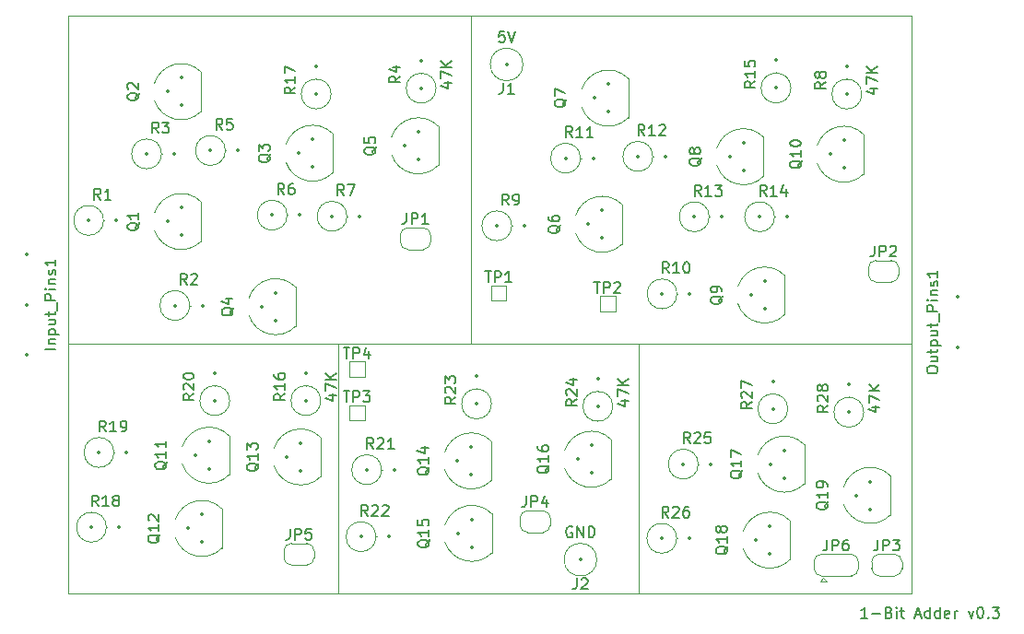
<source format=gto>
%TF.GenerationSoftware,KiCad,Pcbnew,8.0.2-1*%
%TF.CreationDate,2024-05-13T20:57:24-04:00*%
%TF.ProjectId,Transistor_Calculator_V2,5472616e-7369-4737-946f-725f43616c63,rev?*%
%TF.SameCoordinates,Original*%
%TF.FileFunction,Legend,Top*%
%TF.FilePolarity,Positive*%
%FSLAX46Y46*%
G04 Gerber Fmt 4.6, Leading zero omitted, Abs format (unit mm)*
G04 Created by KiCad (PCBNEW 8.0.2-1) date 2024-05-13 20:57:24*
%MOMM*%
%LPD*%
G01*
G04 APERTURE LIST*
%ADD10C,0.100000*%
%ADD11C,0.150000*%
%ADD12C,0.120000*%
%ADD13C,0.350000*%
G04 APERTURE END LIST*
D10*
X71820000Y-45680000D02*
X96960000Y-45680000D01*
X96960000Y-68590000D01*
X71820000Y-68590000D01*
X71820000Y-45680000D01*
X19490000Y-15530000D02*
X56420000Y-15530000D01*
X56420000Y-45690000D01*
X19490000Y-45690000D01*
X19490000Y-15530000D01*
X56420000Y-15530000D02*
X96960000Y-15530000D01*
X96960000Y-45680000D01*
X56420000Y-45680000D01*
X56420000Y-15530000D01*
X44270000Y-45690000D02*
X71820000Y-45690000D01*
X71820000Y-68600000D01*
X44270000Y-68600000D01*
X44270000Y-45690000D01*
X19490000Y-45690000D02*
X44270000Y-45690000D01*
X44270000Y-68600000D01*
X19490000Y-68600000D01*
X19490000Y-45690000D01*
D11*
X92860588Y-70869819D02*
X92289160Y-70869819D01*
X92574874Y-70869819D02*
X92574874Y-69869819D01*
X92574874Y-69869819D02*
X92479636Y-70012676D01*
X92479636Y-70012676D02*
X92384398Y-70107914D01*
X92384398Y-70107914D02*
X92289160Y-70155533D01*
X93289160Y-70488866D02*
X94051065Y-70488866D01*
X94860588Y-70346009D02*
X95003445Y-70393628D01*
X95003445Y-70393628D02*
X95051064Y-70441247D01*
X95051064Y-70441247D02*
X95098683Y-70536485D01*
X95098683Y-70536485D02*
X95098683Y-70679342D01*
X95098683Y-70679342D02*
X95051064Y-70774580D01*
X95051064Y-70774580D02*
X95003445Y-70822200D01*
X95003445Y-70822200D02*
X94908207Y-70869819D01*
X94908207Y-70869819D02*
X94527255Y-70869819D01*
X94527255Y-70869819D02*
X94527255Y-69869819D01*
X94527255Y-69869819D02*
X94860588Y-69869819D01*
X94860588Y-69869819D02*
X94955826Y-69917438D01*
X94955826Y-69917438D02*
X95003445Y-69965057D01*
X95003445Y-69965057D02*
X95051064Y-70060295D01*
X95051064Y-70060295D02*
X95051064Y-70155533D01*
X95051064Y-70155533D02*
X95003445Y-70250771D01*
X95003445Y-70250771D02*
X94955826Y-70298390D01*
X94955826Y-70298390D02*
X94860588Y-70346009D01*
X94860588Y-70346009D02*
X94527255Y-70346009D01*
X95527255Y-70869819D02*
X95527255Y-70203152D01*
X95527255Y-69869819D02*
X95479636Y-69917438D01*
X95479636Y-69917438D02*
X95527255Y-69965057D01*
X95527255Y-69965057D02*
X95574874Y-69917438D01*
X95574874Y-69917438D02*
X95527255Y-69869819D01*
X95527255Y-69869819D02*
X95527255Y-69965057D01*
X95860588Y-70203152D02*
X96241540Y-70203152D01*
X96003445Y-69869819D02*
X96003445Y-70726961D01*
X96003445Y-70726961D02*
X96051064Y-70822200D01*
X96051064Y-70822200D02*
X96146302Y-70869819D01*
X96146302Y-70869819D02*
X96241540Y-70869819D01*
X97289160Y-70584104D02*
X97765350Y-70584104D01*
X97193922Y-70869819D02*
X97527255Y-69869819D01*
X97527255Y-69869819D02*
X97860588Y-70869819D01*
X98622493Y-70869819D02*
X98622493Y-69869819D01*
X98622493Y-70822200D02*
X98527255Y-70869819D01*
X98527255Y-70869819D02*
X98336779Y-70869819D01*
X98336779Y-70869819D02*
X98241541Y-70822200D01*
X98241541Y-70822200D02*
X98193922Y-70774580D01*
X98193922Y-70774580D02*
X98146303Y-70679342D01*
X98146303Y-70679342D02*
X98146303Y-70393628D01*
X98146303Y-70393628D02*
X98193922Y-70298390D01*
X98193922Y-70298390D02*
X98241541Y-70250771D01*
X98241541Y-70250771D02*
X98336779Y-70203152D01*
X98336779Y-70203152D02*
X98527255Y-70203152D01*
X98527255Y-70203152D02*
X98622493Y-70250771D01*
X99527255Y-70869819D02*
X99527255Y-69869819D01*
X99527255Y-70822200D02*
X99432017Y-70869819D01*
X99432017Y-70869819D02*
X99241541Y-70869819D01*
X99241541Y-70869819D02*
X99146303Y-70822200D01*
X99146303Y-70822200D02*
X99098684Y-70774580D01*
X99098684Y-70774580D02*
X99051065Y-70679342D01*
X99051065Y-70679342D02*
X99051065Y-70393628D01*
X99051065Y-70393628D02*
X99098684Y-70298390D01*
X99098684Y-70298390D02*
X99146303Y-70250771D01*
X99146303Y-70250771D02*
X99241541Y-70203152D01*
X99241541Y-70203152D02*
X99432017Y-70203152D01*
X99432017Y-70203152D02*
X99527255Y-70250771D01*
X100384398Y-70822200D02*
X100289160Y-70869819D01*
X100289160Y-70869819D02*
X100098684Y-70869819D01*
X100098684Y-70869819D02*
X100003446Y-70822200D01*
X100003446Y-70822200D02*
X99955827Y-70726961D01*
X99955827Y-70726961D02*
X99955827Y-70346009D01*
X99955827Y-70346009D02*
X100003446Y-70250771D01*
X100003446Y-70250771D02*
X100098684Y-70203152D01*
X100098684Y-70203152D02*
X100289160Y-70203152D01*
X100289160Y-70203152D02*
X100384398Y-70250771D01*
X100384398Y-70250771D02*
X100432017Y-70346009D01*
X100432017Y-70346009D02*
X100432017Y-70441247D01*
X100432017Y-70441247D02*
X99955827Y-70536485D01*
X100860589Y-70869819D02*
X100860589Y-70203152D01*
X100860589Y-70393628D02*
X100908208Y-70298390D01*
X100908208Y-70298390D02*
X100955827Y-70250771D01*
X100955827Y-70250771D02*
X101051065Y-70203152D01*
X101051065Y-70203152D02*
X101146303Y-70203152D01*
X102146304Y-70203152D02*
X102384399Y-70869819D01*
X102384399Y-70869819D02*
X102622494Y-70203152D01*
X103193923Y-69869819D02*
X103289161Y-69869819D01*
X103289161Y-69869819D02*
X103384399Y-69917438D01*
X103384399Y-69917438D02*
X103432018Y-69965057D01*
X103432018Y-69965057D02*
X103479637Y-70060295D01*
X103479637Y-70060295D02*
X103527256Y-70250771D01*
X103527256Y-70250771D02*
X103527256Y-70488866D01*
X103527256Y-70488866D02*
X103479637Y-70679342D01*
X103479637Y-70679342D02*
X103432018Y-70774580D01*
X103432018Y-70774580D02*
X103384399Y-70822200D01*
X103384399Y-70822200D02*
X103289161Y-70869819D01*
X103289161Y-70869819D02*
X103193923Y-70869819D01*
X103193923Y-70869819D02*
X103098685Y-70822200D01*
X103098685Y-70822200D02*
X103051066Y-70774580D01*
X103051066Y-70774580D02*
X103003447Y-70679342D01*
X103003447Y-70679342D02*
X102955828Y-70488866D01*
X102955828Y-70488866D02*
X102955828Y-70250771D01*
X102955828Y-70250771D02*
X103003447Y-70060295D01*
X103003447Y-70060295D02*
X103051066Y-69965057D01*
X103051066Y-69965057D02*
X103098685Y-69917438D01*
X103098685Y-69917438D02*
X103193923Y-69869819D01*
X103955828Y-70774580D02*
X104003447Y-70822200D01*
X104003447Y-70822200D02*
X103955828Y-70869819D01*
X103955828Y-70869819D02*
X103908209Y-70822200D01*
X103908209Y-70822200D02*
X103955828Y-70774580D01*
X103955828Y-70774580D02*
X103955828Y-70869819D01*
X104336780Y-69869819D02*
X104955827Y-69869819D01*
X104955827Y-69869819D02*
X104622494Y-70250771D01*
X104622494Y-70250771D02*
X104765351Y-70250771D01*
X104765351Y-70250771D02*
X104860589Y-70298390D01*
X104860589Y-70298390D02*
X104908208Y-70346009D01*
X104908208Y-70346009D02*
X104955827Y-70441247D01*
X104955827Y-70441247D02*
X104955827Y-70679342D01*
X104955827Y-70679342D02*
X104908208Y-70774580D01*
X104908208Y-70774580D02*
X104860589Y-70822200D01*
X104860589Y-70822200D02*
X104765351Y-70869819D01*
X104765351Y-70869819D02*
X104479637Y-70869819D01*
X104479637Y-70869819D02*
X104384399Y-70822200D01*
X104384399Y-70822200D02*
X104336780Y-70774580D01*
X89166666Y-63654819D02*
X89166666Y-64369104D01*
X89166666Y-64369104D02*
X89119047Y-64511961D01*
X89119047Y-64511961D02*
X89023809Y-64607200D01*
X89023809Y-64607200D02*
X88880952Y-64654819D01*
X88880952Y-64654819D02*
X88785714Y-64654819D01*
X89642857Y-64654819D02*
X89642857Y-63654819D01*
X89642857Y-63654819D02*
X90023809Y-63654819D01*
X90023809Y-63654819D02*
X90119047Y-63702438D01*
X90119047Y-63702438D02*
X90166666Y-63750057D01*
X90166666Y-63750057D02*
X90214285Y-63845295D01*
X90214285Y-63845295D02*
X90214285Y-63988152D01*
X90214285Y-63988152D02*
X90166666Y-64083390D01*
X90166666Y-64083390D02*
X90119047Y-64131009D01*
X90119047Y-64131009D02*
X90023809Y-64178628D01*
X90023809Y-64178628D02*
X89642857Y-64178628D01*
X91071428Y-63654819D02*
X90880952Y-63654819D01*
X90880952Y-63654819D02*
X90785714Y-63702438D01*
X90785714Y-63702438D02*
X90738095Y-63750057D01*
X90738095Y-63750057D02*
X90642857Y-63892914D01*
X90642857Y-63892914D02*
X90595238Y-64083390D01*
X90595238Y-64083390D02*
X90595238Y-64464342D01*
X90595238Y-64464342D02*
X90642857Y-64559580D01*
X90642857Y-64559580D02*
X90690476Y-64607200D01*
X90690476Y-64607200D02*
X90785714Y-64654819D01*
X90785714Y-64654819D02*
X90976190Y-64654819D01*
X90976190Y-64654819D02*
X91071428Y-64607200D01*
X91071428Y-64607200D02*
X91119047Y-64559580D01*
X91119047Y-64559580D02*
X91166666Y-64464342D01*
X91166666Y-64464342D02*
X91166666Y-64226247D01*
X91166666Y-64226247D02*
X91119047Y-64131009D01*
X91119047Y-64131009D02*
X91071428Y-64083390D01*
X91071428Y-64083390D02*
X90976190Y-64035771D01*
X90976190Y-64035771D02*
X90785714Y-64035771D01*
X90785714Y-64035771D02*
X90690476Y-64083390D01*
X90690476Y-64083390D02*
X90642857Y-64131009D01*
X90642857Y-64131009D02*
X90595238Y-64226247D01*
X52670057Y-63651428D02*
X52622438Y-63746666D01*
X52622438Y-63746666D02*
X52527200Y-63841904D01*
X52527200Y-63841904D02*
X52384342Y-63984761D01*
X52384342Y-63984761D02*
X52336723Y-64079999D01*
X52336723Y-64079999D02*
X52336723Y-64175237D01*
X52574819Y-64127618D02*
X52527200Y-64222856D01*
X52527200Y-64222856D02*
X52431961Y-64318094D01*
X52431961Y-64318094D02*
X52241485Y-64365713D01*
X52241485Y-64365713D02*
X51908152Y-64365713D01*
X51908152Y-64365713D02*
X51717676Y-64318094D01*
X51717676Y-64318094D02*
X51622438Y-64222856D01*
X51622438Y-64222856D02*
X51574819Y-64127618D01*
X51574819Y-64127618D02*
X51574819Y-63937142D01*
X51574819Y-63937142D02*
X51622438Y-63841904D01*
X51622438Y-63841904D02*
X51717676Y-63746666D01*
X51717676Y-63746666D02*
X51908152Y-63699047D01*
X51908152Y-63699047D02*
X52241485Y-63699047D01*
X52241485Y-63699047D02*
X52431961Y-63746666D01*
X52431961Y-63746666D02*
X52527200Y-63841904D01*
X52527200Y-63841904D02*
X52574819Y-63937142D01*
X52574819Y-63937142D02*
X52574819Y-64127618D01*
X52574819Y-62746666D02*
X52574819Y-63318094D01*
X52574819Y-63032380D02*
X51574819Y-63032380D01*
X51574819Y-63032380D02*
X51717676Y-63127618D01*
X51717676Y-63127618D02*
X51812914Y-63222856D01*
X51812914Y-63222856D02*
X51860533Y-63318094D01*
X51574819Y-61841904D02*
X51574819Y-62318094D01*
X51574819Y-62318094D02*
X52051009Y-62365713D01*
X52051009Y-62365713D02*
X52003390Y-62318094D01*
X52003390Y-62318094D02*
X51955771Y-62222856D01*
X51955771Y-62222856D02*
X51955771Y-61984761D01*
X51955771Y-61984761D02*
X52003390Y-61889523D01*
X52003390Y-61889523D02*
X52051009Y-61841904D01*
X52051009Y-61841904D02*
X52146247Y-61794285D01*
X52146247Y-61794285D02*
X52384342Y-61794285D01*
X52384342Y-61794285D02*
X52479580Y-61841904D01*
X52479580Y-61841904D02*
X52527200Y-61889523D01*
X52527200Y-61889523D02*
X52574819Y-61984761D01*
X52574819Y-61984761D02*
X52574819Y-62222856D01*
X52574819Y-62222856D02*
X52527200Y-62318094D01*
X52527200Y-62318094D02*
X52479580Y-62365713D01*
X27753333Y-26304819D02*
X27420000Y-25828628D01*
X27181905Y-26304819D02*
X27181905Y-25304819D01*
X27181905Y-25304819D02*
X27562857Y-25304819D01*
X27562857Y-25304819D02*
X27658095Y-25352438D01*
X27658095Y-25352438D02*
X27705714Y-25400057D01*
X27705714Y-25400057D02*
X27753333Y-25495295D01*
X27753333Y-25495295D02*
X27753333Y-25638152D01*
X27753333Y-25638152D02*
X27705714Y-25733390D01*
X27705714Y-25733390D02*
X27658095Y-25781009D01*
X27658095Y-25781009D02*
X27562857Y-25828628D01*
X27562857Y-25828628D02*
X27181905Y-25828628D01*
X28086667Y-25304819D02*
X28705714Y-25304819D01*
X28705714Y-25304819D02*
X28372381Y-25685771D01*
X28372381Y-25685771D02*
X28515238Y-25685771D01*
X28515238Y-25685771D02*
X28610476Y-25733390D01*
X28610476Y-25733390D02*
X28658095Y-25781009D01*
X28658095Y-25781009D02*
X28705714Y-25876247D01*
X28705714Y-25876247D02*
X28705714Y-26114342D01*
X28705714Y-26114342D02*
X28658095Y-26209580D01*
X28658095Y-26209580D02*
X28610476Y-26257200D01*
X28610476Y-26257200D02*
X28515238Y-26304819D01*
X28515238Y-26304819D02*
X28229524Y-26304819D01*
X28229524Y-26304819D02*
X28134286Y-26257200D01*
X28134286Y-26257200D02*
X28086667Y-26209580D01*
X50516666Y-33654819D02*
X50516666Y-34369104D01*
X50516666Y-34369104D02*
X50469047Y-34511961D01*
X50469047Y-34511961D02*
X50373809Y-34607200D01*
X50373809Y-34607200D02*
X50230952Y-34654819D01*
X50230952Y-34654819D02*
X50135714Y-34654819D01*
X50992857Y-34654819D02*
X50992857Y-33654819D01*
X50992857Y-33654819D02*
X51373809Y-33654819D01*
X51373809Y-33654819D02*
X51469047Y-33702438D01*
X51469047Y-33702438D02*
X51516666Y-33750057D01*
X51516666Y-33750057D02*
X51564285Y-33845295D01*
X51564285Y-33845295D02*
X51564285Y-33988152D01*
X51564285Y-33988152D02*
X51516666Y-34083390D01*
X51516666Y-34083390D02*
X51469047Y-34131009D01*
X51469047Y-34131009D02*
X51373809Y-34178628D01*
X51373809Y-34178628D02*
X50992857Y-34178628D01*
X52516666Y-34654819D02*
X51945238Y-34654819D01*
X52230952Y-34654819D02*
X52230952Y-33654819D01*
X52230952Y-33654819D02*
X52135714Y-33797676D01*
X52135714Y-33797676D02*
X52040476Y-33892914D01*
X52040476Y-33892914D02*
X51945238Y-33940533D01*
X33613333Y-25994819D02*
X33280000Y-25518628D01*
X33041905Y-25994819D02*
X33041905Y-24994819D01*
X33041905Y-24994819D02*
X33422857Y-24994819D01*
X33422857Y-24994819D02*
X33518095Y-25042438D01*
X33518095Y-25042438D02*
X33565714Y-25090057D01*
X33565714Y-25090057D02*
X33613333Y-25185295D01*
X33613333Y-25185295D02*
X33613333Y-25328152D01*
X33613333Y-25328152D02*
X33565714Y-25423390D01*
X33565714Y-25423390D02*
X33518095Y-25471009D01*
X33518095Y-25471009D02*
X33422857Y-25518628D01*
X33422857Y-25518628D02*
X33041905Y-25518628D01*
X34518095Y-24994819D02*
X34041905Y-24994819D01*
X34041905Y-24994819D02*
X33994286Y-25471009D01*
X33994286Y-25471009D02*
X34041905Y-25423390D01*
X34041905Y-25423390D02*
X34137143Y-25375771D01*
X34137143Y-25375771D02*
X34375238Y-25375771D01*
X34375238Y-25375771D02*
X34470476Y-25423390D01*
X34470476Y-25423390D02*
X34518095Y-25471009D01*
X34518095Y-25471009D02*
X34565714Y-25566247D01*
X34565714Y-25566247D02*
X34565714Y-25804342D01*
X34565714Y-25804342D02*
X34518095Y-25899580D01*
X34518095Y-25899580D02*
X34470476Y-25947200D01*
X34470476Y-25947200D02*
X34375238Y-25994819D01*
X34375238Y-25994819D02*
X34137143Y-25994819D01*
X34137143Y-25994819D02*
X34041905Y-25947200D01*
X34041905Y-25947200D02*
X33994286Y-25899580D01*
X38050057Y-28245238D02*
X38002438Y-28340476D01*
X38002438Y-28340476D02*
X37907200Y-28435714D01*
X37907200Y-28435714D02*
X37764342Y-28578571D01*
X37764342Y-28578571D02*
X37716723Y-28673809D01*
X37716723Y-28673809D02*
X37716723Y-28769047D01*
X37954819Y-28721428D02*
X37907200Y-28816666D01*
X37907200Y-28816666D02*
X37811961Y-28911904D01*
X37811961Y-28911904D02*
X37621485Y-28959523D01*
X37621485Y-28959523D02*
X37288152Y-28959523D01*
X37288152Y-28959523D02*
X37097676Y-28911904D01*
X37097676Y-28911904D02*
X37002438Y-28816666D01*
X37002438Y-28816666D02*
X36954819Y-28721428D01*
X36954819Y-28721428D02*
X36954819Y-28530952D01*
X36954819Y-28530952D02*
X37002438Y-28435714D01*
X37002438Y-28435714D02*
X37097676Y-28340476D01*
X37097676Y-28340476D02*
X37288152Y-28292857D01*
X37288152Y-28292857D02*
X37621485Y-28292857D01*
X37621485Y-28292857D02*
X37811961Y-28340476D01*
X37811961Y-28340476D02*
X37907200Y-28435714D01*
X37907200Y-28435714D02*
X37954819Y-28530952D01*
X37954819Y-28530952D02*
X37954819Y-28721428D01*
X36954819Y-27959523D02*
X36954819Y-27340476D01*
X36954819Y-27340476D02*
X37335771Y-27673809D01*
X37335771Y-27673809D02*
X37335771Y-27530952D01*
X37335771Y-27530952D02*
X37383390Y-27435714D01*
X37383390Y-27435714D02*
X37431009Y-27388095D01*
X37431009Y-27388095D02*
X37526247Y-27340476D01*
X37526247Y-27340476D02*
X37764342Y-27340476D01*
X37764342Y-27340476D02*
X37859580Y-27388095D01*
X37859580Y-27388095D02*
X37907200Y-27435714D01*
X37907200Y-27435714D02*
X37954819Y-27530952D01*
X37954819Y-27530952D02*
X37954819Y-27816666D01*
X37954819Y-27816666D02*
X37907200Y-27911904D01*
X37907200Y-27911904D02*
X37859580Y-27959523D01*
X44783333Y-32034819D02*
X44450000Y-31558628D01*
X44211905Y-32034819D02*
X44211905Y-31034819D01*
X44211905Y-31034819D02*
X44592857Y-31034819D01*
X44592857Y-31034819D02*
X44688095Y-31082438D01*
X44688095Y-31082438D02*
X44735714Y-31130057D01*
X44735714Y-31130057D02*
X44783333Y-31225295D01*
X44783333Y-31225295D02*
X44783333Y-31368152D01*
X44783333Y-31368152D02*
X44735714Y-31463390D01*
X44735714Y-31463390D02*
X44688095Y-31511009D01*
X44688095Y-31511009D02*
X44592857Y-31558628D01*
X44592857Y-31558628D02*
X44211905Y-31558628D01*
X45116667Y-31034819D02*
X45783333Y-31034819D01*
X45783333Y-31034819D02*
X45354762Y-32034819D01*
X93516666Y-36654819D02*
X93516666Y-37369104D01*
X93516666Y-37369104D02*
X93469047Y-37511961D01*
X93469047Y-37511961D02*
X93373809Y-37607200D01*
X93373809Y-37607200D02*
X93230952Y-37654819D01*
X93230952Y-37654819D02*
X93135714Y-37654819D01*
X93992857Y-37654819D02*
X93992857Y-36654819D01*
X93992857Y-36654819D02*
X94373809Y-36654819D01*
X94373809Y-36654819D02*
X94469047Y-36702438D01*
X94469047Y-36702438D02*
X94516666Y-36750057D01*
X94516666Y-36750057D02*
X94564285Y-36845295D01*
X94564285Y-36845295D02*
X94564285Y-36988152D01*
X94564285Y-36988152D02*
X94516666Y-37083390D01*
X94516666Y-37083390D02*
X94469047Y-37131009D01*
X94469047Y-37131009D02*
X94373809Y-37178628D01*
X94373809Y-37178628D02*
X93992857Y-37178628D01*
X94945238Y-36750057D02*
X94992857Y-36702438D01*
X94992857Y-36702438D02*
X95088095Y-36654819D01*
X95088095Y-36654819D02*
X95326190Y-36654819D01*
X95326190Y-36654819D02*
X95421428Y-36702438D01*
X95421428Y-36702438D02*
X95469047Y-36750057D01*
X95469047Y-36750057D02*
X95516666Y-36845295D01*
X95516666Y-36845295D02*
X95516666Y-36940533D01*
X95516666Y-36940533D02*
X95469047Y-37083390D01*
X95469047Y-37083390D02*
X94897619Y-37654819D01*
X94897619Y-37654819D02*
X95516666Y-37654819D01*
X65210057Y-23185238D02*
X65162438Y-23280476D01*
X65162438Y-23280476D02*
X65067200Y-23375714D01*
X65067200Y-23375714D02*
X64924342Y-23518571D01*
X64924342Y-23518571D02*
X64876723Y-23613809D01*
X64876723Y-23613809D02*
X64876723Y-23709047D01*
X65114819Y-23661428D02*
X65067200Y-23756666D01*
X65067200Y-23756666D02*
X64971961Y-23851904D01*
X64971961Y-23851904D02*
X64781485Y-23899523D01*
X64781485Y-23899523D02*
X64448152Y-23899523D01*
X64448152Y-23899523D02*
X64257676Y-23851904D01*
X64257676Y-23851904D02*
X64162438Y-23756666D01*
X64162438Y-23756666D02*
X64114819Y-23661428D01*
X64114819Y-23661428D02*
X64114819Y-23470952D01*
X64114819Y-23470952D02*
X64162438Y-23375714D01*
X64162438Y-23375714D02*
X64257676Y-23280476D01*
X64257676Y-23280476D02*
X64448152Y-23232857D01*
X64448152Y-23232857D02*
X64781485Y-23232857D01*
X64781485Y-23232857D02*
X64971961Y-23280476D01*
X64971961Y-23280476D02*
X65067200Y-23375714D01*
X65067200Y-23375714D02*
X65114819Y-23470952D01*
X65114819Y-23470952D02*
X65114819Y-23661428D01*
X64114819Y-22899523D02*
X64114819Y-22232857D01*
X64114819Y-22232857D02*
X65114819Y-22661428D01*
X39816666Y-62654819D02*
X39816666Y-63369104D01*
X39816666Y-63369104D02*
X39769047Y-63511961D01*
X39769047Y-63511961D02*
X39673809Y-63607200D01*
X39673809Y-63607200D02*
X39530952Y-63654819D01*
X39530952Y-63654819D02*
X39435714Y-63654819D01*
X40292857Y-63654819D02*
X40292857Y-62654819D01*
X40292857Y-62654819D02*
X40673809Y-62654819D01*
X40673809Y-62654819D02*
X40769047Y-62702438D01*
X40769047Y-62702438D02*
X40816666Y-62750057D01*
X40816666Y-62750057D02*
X40864285Y-62845295D01*
X40864285Y-62845295D02*
X40864285Y-62988152D01*
X40864285Y-62988152D02*
X40816666Y-63083390D01*
X40816666Y-63083390D02*
X40769047Y-63131009D01*
X40769047Y-63131009D02*
X40673809Y-63178628D01*
X40673809Y-63178628D02*
X40292857Y-63178628D01*
X41769047Y-62654819D02*
X41292857Y-62654819D01*
X41292857Y-62654819D02*
X41245238Y-63131009D01*
X41245238Y-63131009D02*
X41292857Y-63083390D01*
X41292857Y-63083390D02*
X41388095Y-63035771D01*
X41388095Y-63035771D02*
X41626190Y-63035771D01*
X41626190Y-63035771D02*
X41721428Y-63083390D01*
X41721428Y-63083390D02*
X41769047Y-63131009D01*
X41769047Y-63131009D02*
X41816666Y-63226247D01*
X41816666Y-63226247D02*
X41816666Y-63464342D01*
X41816666Y-63464342D02*
X41769047Y-63559580D01*
X41769047Y-63559580D02*
X41721428Y-63607200D01*
X41721428Y-63607200D02*
X41626190Y-63654819D01*
X41626190Y-63654819D02*
X41388095Y-63654819D01*
X41388095Y-63654819D02*
X41292857Y-63607200D01*
X41292857Y-63607200D02*
X41245238Y-63559580D01*
X66184819Y-50782857D02*
X65708628Y-51116190D01*
X66184819Y-51354285D02*
X65184819Y-51354285D01*
X65184819Y-51354285D02*
X65184819Y-50973333D01*
X65184819Y-50973333D02*
X65232438Y-50878095D01*
X65232438Y-50878095D02*
X65280057Y-50830476D01*
X65280057Y-50830476D02*
X65375295Y-50782857D01*
X65375295Y-50782857D02*
X65518152Y-50782857D01*
X65518152Y-50782857D02*
X65613390Y-50830476D01*
X65613390Y-50830476D02*
X65661009Y-50878095D01*
X65661009Y-50878095D02*
X65708628Y-50973333D01*
X65708628Y-50973333D02*
X65708628Y-51354285D01*
X65280057Y-50401904D02*
X65232438Y-50354285D01*
X65232438Y-50354285D02*
X65184819Y-50259047D01*
X65184819Y-50259047D02*
X65184819Y-50020952D01*
X65184819Y-50020952D02*
X65232438Y-49925714D01*
X65232438Y-49925714D02*
X65280057Y-49878095D01*
X65280057Y-49878095D02*
X65375295Y-49830476D01*
X65375295Y-49830476D02*
X65470533Y-49830476D01*
X65470533Y-49830476D02*
X65613390Y-49878095D01*
X65613390Y-49878095D02*
X66184819Y-50449523D01*
X66184819Y-50449523D02*
X66184819Y-49830476D01*
X65518152Y-48973333D02*
X66184819Y-48973333D01*
X65137200Y-49211428D02*
X65851485Y-49449523D01*
X65851485Y-49449523D02*
X65851485Y-48830476D01*
X70258152Y-50925714D02*
X70924819Y-50925714D01*
X69877200Y-51163809D02*
X70591485Y-51401904D01*
X70591485Y-51401904D02*
X70591485Y-50782857D01*
X69924819Y-50497142D02*
X69924819Y-49830476D01*
X69924819Y-49830476D02*
X70924819Y-50259047D01*
X70924819Y-49449523D02*
X69924819Y-49449523D01*
X70924819Y-48878095D02*
X70353390Y-49306666D01*
X69924819Y-48878095D02*
X70496247Y-49449523D01*
X39288333Y-31934819D02*
X38955000Y-31458628D01*
X38716905Y-31934819D02*
X38716905Y-30934819D01*
X38716905Y-30934819D02*
X39097857Y-30934819D01*
X39097857Y-30934819D02*
X39193095Y-30982438D01*
X39193095Y-30982438D02*
X39240714Y-31030057D01*
X39240714Y-31030057D02*
X39288333Y-31125295D01*
X39288333Y-31125295D02*
X39288333Y-31268152D01*
X39288333Y-31268152D02*
X39240714Y-31363390D01*
X39240714Y-31363390D02*
X39193095Y-31411009D01*
X39193095Y-31411009D02*
X39097857Y-31458628D01*
X39097857Y-31458628D02*
X38716905Y-31458628D01*
X40145476Y-30934819D02*
X39955000Y-30934819D01*
X39955000Y-30934819D02*
X39859762Y-30982438D01*
X39859762Y-30982438D02*
X39812143Y-31030057D01*
X39812143Y-31030057D02*
X39716905Y-31172914D01*
X39716905Y-31172914D02*
X39669286Y-31363390D01*
X39669286Y-31363390D02*
X39669286Y-31744342D01*
X39669286Y-31744342D02*
X39716905Y-31839580D01*
X39716905Y-31839580D02*
X39764524Y-31887200D01*
X39764524Y-31887200D02*
X39859762Y-31934819D01*
X39859762Y-31934819D02*
X40050238Y-31934819D01*
X40050238Y-31934819D02*
X40145476Y-31887200D01*
X40145476Y-31887200D02*
X40193095Y-31839580D01*
X40193095Y-31839580D02*
X40240714Y-31744342D01*
X40240714Y-31744342D02*
X40240714Y-31506247D01*
X40240714Y-31506247D02*
X40193095Y-31411009D01*
X40193095Y-31411009D02*
X40145476Y-31363390D01*
X40145476Y-31363390D02*
X40050238Y-31315771D01*
X40050238Y-31315771D02*
X39859762Y-31315771D01*
X39859762Y-31315771D02*
X39764524Y-31363390D01*
X39764524Y-31363390D02*
X39716905Y-31411009D01*
X39716905Y-31411009D02*
X39669286Y-31506247D01*
X22902142Y-53734819D02*
X22568809Y-53258628D01*
X22330714Y-53734819D02*
X22330714Y-52734819D01*
X22330714Y-52734819D02*
X22711666Y-52734819D01*
X22711666Y-52734819D02*
X22806904Y-52782438D01*
X22806904Y-52782438D02*
X22854523Y-52830057D01*
X22854523Y-52830057D02*
X22902142Y-52925295D01*
X22902142Y-52925295D02*
X22902142Y-53068152D01*
X22902142Y-53068152D02*
X22854523Y-53163390D01*
X22854523Y-53163390D02*
X22806904Y-53211009D01*
X22806904Y-53211009D02*
X22711666Y-53258628D01*
X22711666Y-53258628D02*
X22330714Y-53258628D01*
X23854523Y-53734819D02*
X23283095Y-53734819D01*
X23568809Y-53734819D02*
X23568809Y-52734819D01*
X23568809Y-52734819D02*
X23473571Y-52877676D01*
X23473571Y-52877676D02*
X23378333Y-52972914D01*
X23378333Y-52972914D02*
X23283095Y-53020533D01*
X24330714Y-53734819D02*
X24521190Y-53734819D01*
X24521190Y-53734819D02*
X24616428Y-53687200D01*
X24616428Y-53687200D02*
X24664047Y-53639580D01*
X24664047Y-53639580D02*
X24759285Y-53496723D01*
X24759285Y-53496723D02*
X24806904Y-53306247D01*
X24806904Y-53306247D02*
X24806904Y-52925295D01*
X24806904Y-52925295D02*
X24759285Y-52830057D01*
X24759285Y-52830057D02*
X24711666Y-52782438D01*
X24711666Y-52782438D02*
X24616428Y-52734819D01*
X24616428Y-52734819D02*
X24425952Y-52734819D01*
X24425952Y-52734819D02*
X24330714Y-52782438D01*
X24330714Y-52782438D02*
X24283095Y-52830057D01*
X24283095Y-52830057D02*
X24235476Y-52925295D01*
X24235476Y-52925295D02*
X24235476Y-53163390D01*
X24235476Y-53163390D02*
X24283095Y-53258628D01*
X24283095Y-53258628D02*
X24330714Y-53306247D01*
X24330714Y-53306247D02*
X24425952Y-53353866D01*
X24425952Y-53353866D02*
X24616428Y-53353866D01*
X24616428Y-53353866D02*
X24711666Y-53306247D01*
X24711666Y-53306247D02*
X24759285Y-53258628D01*
X24759285Y-53258628D02*
X24806904Y-53163390D01*
X64650057Y-34775238D02*
X64602438Y-34870476D01*
X64602438Y-34870476D02*
X64507200Y-34965714D01*
X64507200Y-34965714D02*
X64364342Y-35108571D01*
X64364342Y-35108571D02*
X64316723Y-35203809D01*
X64316723Y-35203809D02*
X64316723Y-35299047D01*
X64554819Y-35251428D02*
X64507200Y-35346666D01*
X64507200Y-35346666D02*
X64411961Y-35441904D01*
X64411961Y-35441904D02*
X64221485Y-35489523D01*
X64221485Y-35489523D02*
X63888152Y-35489523D01*
X63888152Y-35489523D02*
X63697676Y-35441904D01*
X63697676Y-35441904D02*
X63602438Y-35346666D01*
X63602438Y-35346666D02*
X63554819Y-35251428D01*
X63554819Y-35251428D02*
X63554819Y-35060952D01*
X63554819Y-35060952D02*
X63602438Y-34965714D01*
X63602438Y-34965714D02*
X63697676Y-34870476D01*
X63697676Y-34870476D02*
X63888152Y-34822857D01*
X63888152Y-34822857D02*
X64221485Y-34822857D01*
X64221485Y-34822857D02*
X64411961Y-34870476D01*
X64411961Y-34870476D02*
X64507200Y-34965714D01*
X64507200Y-34965714D02*
X64554819Y-35060952D01*
X64554819Y-35060952D02*
X64554819Y-35251428D01*
X63554819Y-33965714D02*
X63554819Y-34156190D01*
X63554819Y-34156190D02*
X63602438Y-34251428D01*
X63602438Y-34251428D02*
X63650057Y-34299047D01*
X63650057Y-34299047D02*
X63792914Y-34394285D01*
X63792914Y-34394285D02*
X63983390Y-34441904D01*
X63983390Y-34441904D02*
X64364342Y-34441904D01*
X64364342Y-34441904D02*
X64459580Y-34394285D01*
X64459580Y-34394285D02*
X64507200Y-34346666D01*
X64507200Y-34346666D02*
X64554819Y-34251428D01*
X64554819Y-34251428D02*
X64554819Y-34060952D01*
X64554819Y-34060952D02*
X64507200Y-33965714D01*
X64507200Y-33965714D02*
X64459580Y-33918095D01*
X64459580Y-33918095D02*
X64364342Y-33870476D01*
X64364342Y-33870476D02*
X64126247Y-33870476D01*
X64126247Y-33870476D02*
X64031009Y-33918095D01*
X64031009Y-33918095D02*
X63983390Y-33965714D01*
X63983390Y-33965714D02*
X63935771Y-34060952D01*
X63935771Y-34060952D02*
X63935771Y-34251428D01*
X63935771Y-34251428D02*
X63983390Y-34346666D01*
X63983390Y-34346666D02*
X64031009Y-34394285D01*
X64031009Y-34394285D02*
X64126247Y-34441904D01*
X82554819Y-21537857D02*
X82078628Y-21871190D01*
X82554819Y-22109285D02*
X81554819Y-22109285D01*
X81554819Y-22109285D02*
X81554819Y-21728333D01*
X81554819Y-21728333D02*
X81602438Y-21633095D01*
X81602438Y-21633095D02*
X81650057Y-21585476D01*
X81650057Y-21585476D02*
X81745295Y-21537857D01*
X81745295Y-21537857D02*
X81888152Y-21537857D01*
X81888152Y-21537857D02*
X81983390Y-21585476D01*
X81983390Y-21585476D02*
X82031009Y-21633095D01*
X82031009Y-21633095D02*
X82078628Y-21728333D01*
X82078628Y-21728333D02*
X82078628Y-22109285D01*
X82554819Y-20585476D02*
X82554819Y-21156904D01*
X82554819Y-20871190D02*
X81554819Y-20871190D01*
X81554819Y-20871190D02*
X81697676Y-20966428D01*
X81697676Y-20966428D02*
X81792914Y-21061666D01*
X81792914Y-21061666D02*
X81840533Y-21156904D01*
X81554819Y-19680714D02*
X81554819Y-20156904D01*
X81554819Y-20156904D02*
X82031009Y-20204523D01*
X82031009Y-20204523D02*
X81983390Y-20156904D01*
X81983390Y-20156904D02*
X81935771Y-20061666D01*
X81935771Y-20061666D02*
X81935771Y-19823571D01*
X81935771Y-19823571D02*
X81983390Y-19728333D01*
X81983390Y-19728333D02*
X82031009Y-19680714D01*
X82031009Y-19680714D02*
X82126247Y-19633095D01*
X82126247Y-19633095D02*
X82364342Y-19633095D01*
X82364342Y-19633095D02*
X82459580Y-19680714D01*
X82459580Y-19680714D02*
X82507200Y-19728333D01*
X82507200Y-19728333D02*
X82554819Y-19823571D01*
X82554819Y-19823571D02*
X82554819Y-20061666D01*
X82554819Y-20061666D02*
X82507200Y-20156904D01*
X82507200Y-20156904D02*
X82459580Y-20204523D01*
X59386666Y-21704819D02*
X59386666Y-22419104D01*
X59386666Y-22419104D02*
X59339047Y-22561961D01*
X59339047Y-22561961D02*
X59243809Y-22657200D01*
X59243809Y-22657200D02*
X59100952Y-22704819D01*
X59100952Y-22704819D02*
X59005714Y-22704819D01*
X60386666Y-22704819D02*
X59815238Y-22704819D01*
X60100952Y-22704819D02*
X60100952Y-21704819D01*
X60100952Y-21704819D02*
X60005714Y-21847676D01*
X60005714Y-21847676D02*
X59910476Y-21942914D01*
X59910476Y-21942914D02*
X59815238Y-21990533D01*
X59529523Y-16954819D02*
X59053333Y-16954819D01*
X59053333Y-16954819D02*
X59005714Y-17431009D01*
X59005714Y-17431009D02*
X59053333Y-17383390D01*
X59053333Y-17383390D02*
X59148571Y-17335771D01*
X59148571Y-17335771D02*
X59386666Y-17335771D01*
X59386666Y-17335771D02*
X59481904Y-17383390D01*
X59481904Y-17383390D02*
X59529523Y-17431009D01*
X59529523Y-17431009D02*
X59577142Y-17526247D01*
X59577142Y-17526247D02*
X59577142Y-17764342D01*
X59577142Y-17764342D02*
X59529523Y-17859580D01*
X59529523Y-17859580D02*
X59481904Y-17907200D01*
X59481904Y-17907200D02*
X59386666Y-17954819D01*
X59386666Y-17954819D02*
X59148571Y-17954819D01*
X59148571Y-17954819D02*
X59053333Y-17907200D01*
X59053333Y-17907200D02*
X59005714Y-17859580D01*
X59862857Y-16954819D02*
X60196190Y-17954819D01*
X60196190Y-17954819D02*
X60529523Y-16954819D01*
X77630057Y-28565238D02*
X77582438Y-28660476D01*
X77582438Y-28660476D02*
X77487200Y-28755714D01*
X77487200Y-28755714D02*
X77344342Y-28898571D01*
X77344342Y-28898571D02*
X77296723Y-28993809D01*
X77296723Y-28993809D02*
X77296723Y-29089047D01*
X77534819Y-29041428D02*
X77487200Y-29136666D01*
X77487200Y-29136666D02*
X77391961Y-29231904D01*
X77391961Y-29231904D02*
X77201485Y-29279523D01*
X77201485Y-29279523D02*
X76868152Y-29279523D01*
X76868152Y-29279523D02*
X76677676Y-29231904D01*
X76677676Y-29231904D02*
X76582438Y-29136666D01*
X76582438Y-29136666D02*
X76534819Y-29041428D01*
X76534819Y-29041428D02*
X76534819Y-28850952D01*
X76534819Y-28850952D02*
X76582438Y-28755714D01*
X76582438Y-28755714D02*
X76677676Y-28660476D01*
X76677676Y-28660476D02*
X76868152Y-28612857D01*
X76868152Y-28612857D02*
X77201485Y-28612857D01*
X77201485Y-28612857D02*
X77391961Y-28660476D01*
X77391961Y-28660476D02*
X77487200Y-28755714D01*
X77487200Y-28755714D02*
X77534819Y-28850952D01*
X77534819Y-28850952D02*
X77534819Y-29041428D01*
X76963390Y-28041428D02*
X76915771Y-28136666D01*
X76915771Y-28136666D02*
X76868152Y-28184285D01*
X76868152Y-28184285D02*
X76772914Y-28231904D01*
X76772914Y-28231904D02*
X76725295Y-28231904D01*
X76725295Y-28231904D02*
X76630057Y-28184285D01*
X76630057Y-28184285D02*
X76582438Y-28136666D01*
X76582438Y-28136666D02*
X76534819Y-28041428D01*
X76534819Y-28041428D02*
X76534819Y-27850952D01*
X76534819Y-27850952D02*
X76582438Y-27755714D01*
X76582438Y-27755714D02*
X76630057Y-27708095D01*
X76630057Y-27708095D02*
X76725295Y-27660476D01*
X76725295Y-27660476D02*
X76772914Y-27660476D01*
X76772914Y-27660476D02*
X76868152Y-27708095D01*
X76868152Y-27708095D02*
X76915771Y-27755714D01*
X76915771Y-27755714D02*
X76963390Y-27850952D01*
X76963390Y-27850952D02*
X76963390Y-28041428D01*
X76963390Y-28041428D02*
X77011009Y-28136666D01*
X77011009Y-28136666D02*
X77058628Y-28184285D01*
X77058628Y-28184285D02*
X77153866Y-28231904D01*
X77153866Y-28231904D02*
X77344342Y-28231904D01*
X77344342Y-28231904D02*
X77439580Y-28184285D01*
X77439580Y-28184285D02*
X77487200Y-28136666D01*
X77487200Y-28136666D02*
X77534819Y-28041428D01*
X77534819Y-28041428D02*
X77534819Y-27850952D01*
X77534819Y-27850952D02*
X77487200Y-27755714D01*
X77487200Y-27755714D02*
X77439580Y-27708095D01*
X77439580Y-27708095D02*
X77344342Y-27660476D01*
X77344342Y-27660476D02*
X77153866Y-27660476D01*
X77153866Y-27660476D02*
X77058628Y-27708095D01*
X77058628Y-27708095D02*
X77011009Y-27755714D01*
X77011009Y-27755714D02*
X76963390Y-27850952D01*
X22212142Y-60604819D02*
X21878809Y-60128628D01*
X21640714Y-60604819D02*
X21640714Y-59604819D01*
X21640714Y-59604819D02*
X22021666Y-59604819D01*
X22021666Y-59604819D02*
X22116904Y-59652438D01*
X22116904Y-59652438D02*
X22164523Y-59700057D01*
X22164523Y-59700057D02*
X22212142Y-59795295D01*
X22212142Y-59795295D02*
X22212142Y-59938152D01*
X22212142Y-59938152D02*
X22164523Y-60033390D01*
X22164523Y-60033390D02*
X22116904Y-60081009D01*
X22116904Y-60081009D02*
X22021666Y-60128628D01*
X22021666Y-60128628D02*
X21640714Y-60128628D01*
X23164523Y-60604819D02*
X22593095Y-60604819D01*
X22878809Y-60604819D02*
X22878809Y-59604819D01*
X22878809Y-59604819D02*
X22783571Y-59747676D01*
X22783571Y-59747676D02*
X22688333Y-59842914D01*
X22688333Y-59842914D02*
X22593095Y-59890533D01*
X23735952Y-60033390D02*
X23640714Y-59985771D01*
X23640714Y-59985771D02*
X23593095Y-59938152D01*
X23593095Y-59938152D02*
X23545476Y-59842914D01*
X23545476Y-59842914D02*
X23545476Y-59795295D01*
X23545476Y-59795295D02*
X23593095Y-59700057D01*
X23593095Y-59700057D02*
X23640714Y-59652438D01*
X23640714Y-59652438D02*
X23735952Y-59604819D01*
X23735952Y-59604819D02*
X23926428Y-59604819D01*
X23926428Y-59604819D02*
X24021666Y-59652438D01*
X24021666Y-59652438D02*
X24069285Y-59700057D01*
X24069285Y-59700057D02*
X24116904Y-59795295D01*
X24116904Y-59795295D02*
X24116904Y-59842914D01*
X24116904Y-59842914D02*
X24069285Y-59938152D01*
X24069285Y-59938152D02*
X24021666Y-59985771D01*
X24021666Y-59985771D02*
X23926428Y-60033390D01*
X23926428Y-60033390D02*
X23735952Y-60033390D01*
X23735952Y-60033390D02*
X23640714Y-60081009D01*
X23640714Y-60081009D02*
X23593095Y-60128628D01*
X23593095Y-60128628D02*
X23545476Y-60223866D01*
X23545476Y-60223866D02*
X23545476Y-60414342D01*
X23545476Y-60414342D02*
X23593095Y-60509580D01*
X23593095Y-60509580D02*
X23640714Y-60557200D01*
X23640714Y-60557200D02*
X23735952Y-60604819D01*
X23735952Y-60604819D02*
X23926428Y-60604819D01*
X23926428Y-60604819D02*
X24021666Y-60557200D01*
X24021666Y-60557200D02*
X24069285Y-60509580D01*
X24069285Y-60509580D02*
X24116904Y-60414342D01*
X24116904Y-60414342D02*
X24116904Y-60223866D01*
X24116904Y-60223866D02*
X24069285Y-60128628D01*
X24069285Y-60128628D02*
X24021666Y-60081009D01*
X24021666Y-60081009D02*
X23926428Y-60033390D01*
X74602142Y-61624819D02*
X74268809Y-61148628D01*
X74030714Y-61624819D02*
X74030714Y-60624819D01*
X74030714Y-60624819D02*
X74411666Y-60624819D01*
X74411666Y-60624819D02*
X74506904Y-60672438D01*
X74506904Y-60672438D02*
X74554523Y-60720057D01*
X74554523Y-60720057D02*
X74602142Y-60815295D01*
X74602142Y-60815295D02*
X74602142Y-60958152D01*
X74602142Y-60958152D02*
X74554523Y-61053390D01*
X74554523Y-61053390D02*
X74506904Y-61101009D01*
X74506904Y-61101009D02*
X74411666Y-61148628D01*
X74411666Y-61148628D02*
X74030714Y-61148628D01*
X74983095Y-60720057D02*
X75030714Y-60672438D01*
X75030714Y-60672438D02*
X75125952Y-60624819D01*
X75125952Y-60624819D02*
X75364047Y-60624819D01*
X75364047Y-60624819D02*
X75459285Y-60672438D01*
X75459285Y-60672438D02*
X75506904Y-60720057D01*
X75506904Y-60720057D02*
X75554523Y-60815295D01*
X75554523Y-60815295D02*
X75554523Y-60910533D01*
X75554523Y-60910533D02*
X75506904Y-61053390D01*
X75506904Y-61053390D02*
X74935476Y-61624819D01*
X74935476Y-61624819D02*
X75554523Y-61624819D01*
X76411666Y-60624819D02*
X76221190Y-60624819D01*
X76221190Y-60624819D02*
X76125952Y-60672438D01*
X76125952Y-60672438D02*
X76078333Y-60720057D01*
X76078333Y-60720057D02*
X75983095Y-60862914D01*
X75983095Y-60862914D02*
X75935476Y-61053390D01*
X75935476Y-61053390D02*
X75935476Y-61434342D01*
X75935476Y-61434342D02*
X75983095Y-61529580D01*
X75983095Y-61529580D02*
X76030714Y-61577200D01*
X76030714Y-61577200D02*
X76125952Y-61624819D01*
X76125952Y-61624819D02*
X76316428Y-61624819D01*
X76316428Y-61624819D02*
X76411666Y-61577200D01*
X76411666Y-61577200D02*
X76459285Y-61529580D01*
X76459285Y-61529580D02*
X76506904Y-61434342D01*
X76506904Y-61434342D02*
X76506904Y-61196247D01*
X76506904Y-61196247D02*
X76459285Y-61101009D01*
X76459285Y-61101009D02*
X76411666Y-61053390D01*
X76411666Y-61053390D02*
X76316428Y-61005771D01*
X76316428Y-61005771D02*
X76125952Y-61005771D01*
X76125952Y-61005771D02*
X76030714Y-61053390D01*
X76030714Y-61053390D02*
X75983095Y-61101009D01*
X75983095Y-61101009D02*
X75935476Y-61196247D01*
X74627142Y-39164819D02*
X74293809Y-38688628D01*
X74055714Y-39164819D02*
X74055714Y-38164819D01*
X74055714Y-38164819D02*
X74436666Y-38164819D01*
X74436666Y-38164819D02*
X74531904Y-38212438D01*
X74531904Y-38212438D02*
X74579523Y-38260057D01*
X74579523Y-38260057D02*
X74627142Y-38355295D01*
X74627142Y-38355295D02*
X74627142Y-38498152D01*
X74627142Y-38498152D02*
X74579523Y-38593390D01*
X74579523Y-38593390D02*
X74531904Y-38641009D01*
X74531904Y-38641009D02*
X74436666Y-38688628D01*
X74436666Y-38688628D02*
X74055714Y-38688628D01*
X75579523Y-39164819D02*
X75008095Y-39164819D01*
X75293809Y-39164819D02*
X75293809Y-38164819D01*
X75293809Y-38164819D02*
X75198571Y-38307676D01*
X75198571Y-38307676D02*
X75103333Y-38402914D01*
X75103333Y-38402914D02*
X75008095Y-38450533D01*
X76198571Y-38164819D02*
X76293809Y-38164819D01*
X76293809Y-38164819D02*
X76389047Y-38212438D01*
X76389047Y-38212438D02*
X76436666Y-38260057D01*
X76436666Y-38260057D02*
X76484285Y-38355295D01*
X76484285Y-38355295D02*
X76531904Y-38545771D01*
X76531904Y-38545771D02*
X76531904Y-38783866D01*
X76531904Y-38783866D02*
X76484285Y-38974342D01*
X76484285Y-38974342D02*
X76436666Y-39069580D01*
X76436666Y-39069580D02*
X76389047Y-39117200D01*
X76389047Y-39117200D02*
X76293809Y-39164819D01*
X76293809Y-39164819D02*
X76198571Y-39164819D01*
X76198571Y-39164819D02*
X76103333Y-39117200D01*
X76103333Y-39117200D02*
X76055714Y-39069580D01*
X76055714Y-39069580D02*
X76008095Y-38974342D01*
X76008095Y-38974342D02*
X75960476Y-38783866D01*
X75960476Y-38783866D02*
X75960476Y-38545771D01*
X75960476Y-38545771D02*
X76008095Y-38355295D01*
X76008095Y-38355295D02*
X76055714Y-38260057D01*
X76055714Y-38260057D02*
X76103333Y-38212438D01*
X76103333Y-38212438D02*
X76198571Y-38164819D01*
X46972142Y-61474819D02*
X46638809Y-60998628D01*
X46400714Y-61474819D02*
X46400714Y-60474819D01*
X46400714Y-60474819D02*
X46781666Y-60474819D01*
X46781666Y-60474819D02*
X46876904Y-60522438D01*
X46876904Y-60522438D02*
X46924523Y-60570057D01*
X46924523Y-60570057D02*
X46972142Y-60665295D01*
X46972142Y-60665295D02*
X46972142Y-60808152D01*
X46972142Y-60808152D02*
X46924523Y-60903390D01*
X46924523Y-60903390D02*
X46876904Y-60951009D01*
X46876904Y-60951009D02*
X46781666Y-60998628D01*
X46781666Y-60998628D02*
X46400714Y-60998628D01*
X47353095Y-60570057D02*
X47400714Y-60522438D01*
X47400714Y-60522438D02*
X47495952Y-60474819D01*
X47495952Y-60474819D02*
X47734047Y-60474819D01*
X47734047Y-60474819D02*
X47829285Y-60522438D01*
X47829285Y-60522438D02*
X47876904Y-60570057D01*
X47876904Y-60570057D02*
X47924523Y-60665295D01*
X47924523Y-60665295D02*
X47924523Y-60760533D01*
X47924523Y-60760533D02*
X47876904Y-60903390D01*
X47876904Y-60903390D02*
X47305476Y-61474819D01*
X47305476Y-61474819D02*
X47924523Y-61474819D01*
X48305476Y-60570057D02*
X48353095Y-60522438D01*
X48353095Y-60522438D02*
X48448333Y-60474819D01*
X48448333Y-60474819D02*
X48686428Y-60474819D01*
X48686428Y-60474819D02*
X48781666Y-60522438D01*
X48781666Y-60522438D02*
X48829285Y-60570057D01*
X48829285Y-60570057D02*
X48876904Y-60665295D01*
X48876904Y-60665295D02*
X48876904Y-60760533D01*
X48876904Y-60760533D02*
X48829285Y-60903390D01*
X48829285Y-60903390D02*
X48257857Y-61474819D01*
X48257857Y-61474819D02*
X48876904Y-61474819D01*
X61516666Y-59654819D02*
X61516666Y-60369104D01*
X61516666Y-60369104D02*
X61469047Y-60511961D01*
X61469047Y-60511961D02*
X61373809Y-60607200D01*
X61373809Y-60607200D02*
X61230952Y-60654819D01*
X61230952Y-60654819D02*
X61135714Y-60654819D01*
X61992857Y-60654819D02*
X61992857Y-59654819D01*
X61992857Y-59654819D02*
X62373809Y-59654819D01*
X62373809Y-59654819D02*
X62469047Y-59702438D01*
X62469047Y-59702438D02*
X62516666Y-59750057D01*
X62516666Y-59750057D02*
X62564285Y-59845295D01*
X62564285Y-59845295D02*
X62564285Y-59988152D01*
X62564285Y-59988152D02*
X62516666Y-60083390D01*
X62516666Y-60083390D02*
X62469047Y-60131009D01*
X62469047Y-60131009D02*
X62373809Y-60178628D01*
X62373809Y-60178628D02*
X61992857Y-60178628D01*
X63421428Y-59988152D02*
X63421428Y-60654819D01*
X63183333Y-59607200D02*
X62945238Y-60321485D01*
X62945238Y-60321485D02*
X63564285Y-60321485D01*
X27880057Y-63201428D02*
X27832438Y-63296666D01*
X27832438Y-63296666D02*
X27737200Y-63391904D01*
X27737200Y-63391904D02*
X27594342Y-63534761D01*
X27594342Y-63534761D02*
X27546723Y-63629999D01*
X27546723Y-63629999D02*
X27546723Y-63725237D01*
X27784819Y-63677618D02*
X27737200Y-63772856D01*
X27737200Y-63772856D02*
X27641961Y-63868094D01*
X27641961Y-63868094D02*
X27451485Y-63915713D01*
X27451485Y-63915713D02*
X27118152Y-63915713D01*
X27118152Y-63915713D02*
X26927676Y-63868094D01*
X26927676Y-63868094D02*
X26832438Y-63772856D01*
X26832438Y-63772856D02*
X26784819Y-63677618D01*
X26784819Y-63677618D02*
X26784819Y-63487142D01*
X26784819Y-63487142D02*
X26832438Y-63391904D01*
X26832438Y-63391904D02*
X26927676Y-63296666D01*
X26927676Y-63296666D02*
X27118152Y-63249047D01*
X27118152Y-63249047D02*
X27451485Y-63249047D01*
X27451485Y-63249047D02*
X27641961Y-63296666D01*
X27641961Y-63296666D02*
X27737200Y-63391904D01*
X27737200Y-63391904D02*
X27784819Y-63487142D01*
X27784819Y-63487142D02*
X27784819Y-63677618D01*
X27784819Y-62296666D02*
X27784819Y-62868094D01*
X27784819Y-62582380D02*
X26784819Y-62582380D01*
X26784819Y-62582380D02*
X26927676Y-62677618D01*
X26927676Y-62677618D02*
X27022914Y-62772856D01*
X27022914Y-62772856D02*
X27070533Y-62868094D01*
X26880057Y-61915713D02*
X26832438Y-61868094D01*
X26832438Y-61868094D02*
X26784819Y-61772856D01*
X26784819Y-61772856D02*
X26784819Y-61534761D01*
X26784819Y-61534761D02*
X26832438Y-61439523D01*
X26832438Y-61439523D02*
X26880057Y-61391904D01*
X26880057Y-61391904D02*
X26975295Y-61344285D01*
X26975295Y-61344285D02*
X27070533Y-61344285D01*
X27070533Y-61344285D02*
X27213390Y-61391904D01*
X27213390Y-61391904D02*
X27784819Y-61963332D01*
X27784819Y-61963332D02*
X27784819Y-61344285D01*
X55044819Y-50562857D02*
X54568628Y-50896190D01*
X55044819Y-51134285D02*
X54044819Y-51134285D01*
X54044819Y-51134285D02*
X54044819Y-50753333D01*
X54044819Y-50753333D02*
X54092438Y-50658095D01*
X54092438Y-50658095D02*
X54140057Y-50610476D01*
X54140057Y-50610476D02*
X54235295Y-50562857D01*
X54235295Y-50562857D02*
X54378152Y-50562857D01*
X54378152Y-50562857D02*
X54473390Y-50610476D01*
X54473390Y-50610476D02*
X54521009Y-50658095D01*
X54521009Y-50658095D02*
X54568628Y-50753333D01*
X54568628Y-50753333D02*
X54568628Y-51134285D01*
X54140057Y-50181904D02*
X54092438Y-50134285D01*
X54092438Y-50134285D02*
X54044819Y-50039047D01*
X54044819Y-50039047D02*
X54044819Y-49800952D01*
X54044819Y-49800952D02*
X54092438Y-49705714D01*
X54092438Y-49705714D02*
X54140057Y-49658095D01*
X54140057Y-49658095D02*
X54235295Y-49610476D01*
X54235295Y-49610476D02*
X54330533Y-49610476D01*
X54330533Y-49610476D02*
X54473390Y-49658095D01*
X54473390Y-49658095D02*
X55044819Y-50229523D01*
X55044819Y-50229523D02*
X55044819Y-49610476D01*
X54044819Y-49277142D02*
X54044819Y-48658095D01*
X54044819Y-48658095D02*
X54425771Y-48991428D01*
X54425771Y-48991428D02*
X54425771Y-48848571D01*
X54425771Y-48848571D02*
X54473390Y-48753333D01*
X54473390Y-48753333D02*
X54521009Y-48705714D01*
X54521009Y-48705714D02*
X54616247Y-48658095D01*
X54616247Y-48658095D02*
X54854342Y-48658095D01*
X54854342Y-48658095D02*
X54949580Y-48705714D01*
X54949580Y-48705714D02*
X54997200Y-48753333D01*
X54997200Y-48753333D02*
X55044819Y-48848571D01*
X55044819Y-48848571D02*
X55044819Y-49134285D01*
X55044819Y-49134285D02*
X54997200Y-49229523D01*
X54997200Y-49229523D02*
X54949580Y-49277142D01*
X18304819Y-46165237D02*
X17304819Y-46165237D01*
X17638152Y-45689047D02*
X18304819Y-45689047D01*
X17733390Y-45689047D02*
X17685771Y-45641428D01*
X17685771Y-45641428D02*
X17638152Y-45546190D01*
X17638152Y-45546190D02*
X17638152Y-45403333D01*
X17638152Y-45403333D02*
X17685771Y-45308095D01*
X17685771Y-45308095D02*
X17781009Y-45260476D01*
X17781009Y-45260476D02*
X18304819Y-45260476D01*
X17638152Y-44784285D02*
X18638152Y-44784285D01*
X17685771Y-44784285D02*
X17638152Y-44689047D01*
X17638152Y-44689047D02*
X17638152Y-44498571D01*
X17638152Y-44498571D02*
X17685771Y-44403333D01*
X17685771Y-44403333D02*
X17733390Y-44355714D01*
X17733390Y-44355714D02*
X17828628Y-44308095D01*
X17828628Y-44308095D02*
X18114342Y-44308095D01*
X18114342Y-44308095D02*
X18209580Y-44355714D01*
X18209580Y-44355714D02*
X18257200Y-44403333D01*
X18257200Y-44403333D02*
X18304819Y-44498571D01*
X18304819Y-44498571D02*
X18304819Y-44689047D01*
X18304819Y-44689047D02*
X18257200Y-44784285D01*
X17638152Y-43450952D02*
X18304819Y-43450952D01*
X17638152Y-43879523D02*
X18161961Y-43879523D01*
X18161961Y-43879523D02*
X18257200Y-43831904D01*
X18257200Y-43831904D02*
X18304819Y-43736666D01*
X18304819Y-43736666D02*
X18304819Y-43593809D01*
X18304819Y-43593809D02*
X18257200Y-43498571D01*
X18257200Y-43498571D02*
X18209580Y-43450952D01*
X17638152Y-43117618D02*
X17638152Y-42736666D01*
X17304819Y-42974761D02*
X18161961Y-42974761D01*
X18161961Y-42974761D02*
X18257200Y-42927142D01*
X18257200Y-42927142D02*
X18304819Y-42831904D01*
X18304819Y-42831904D02*
X18304819Y-42736666D01*
X18400057Y-42641428D02*
X18400057Y-41879523D01*
X18304819Y-41641427D02*
X17304819Y-41641427D01*
X17304819Y-41641427D02*
X17304819Y-41260475D01*
X17304819Y-41260475D02*
X17352438Y-41165237D01*
X17352438Y-41165237D02*
X17400057Y-41117618D01*
X17400057Y-41117618D02*
X17495295Y-41069999D01*
X17495295Y-41069999D02*
X17638152Y-41069999D01*
X17638152Y-41069999D02*
X17733390Y-41117618D01*
X17733390Y-41117618D02*
X17781009Y-41165237D01*
X17781009Y-41165237D02*
X17828628Y-41260475D01*
X17828628Y-41260475D02*
X17828628Y-41641427D01*
X18304819Y-40641427D02*
X17638152Y-40641427D01*
X17304819Y-40641427D02*
X17352438Y-40689046D01*
X17352438Y-40689046D02*
X17400057Y-40641427D01*
X17400057Y-40641427D02*
X17352438Y-40593808D01*
X17352438Y-40593808D02*
X17304819Y-40641427D01*
X17304819Y-40641427D02*
X17400057Y-40641427D01*
X17638152Y-40165237D02*
X18304819Y-40165237D01*
X17733390Y-40165237D02*
X17685771Y-40117618D01*
X17685771Y-40117618D02*
X17638152Y-40022380D01*
X17638152Y-40022380D02*
X17638152Y-39879523D01*
X17638152Y-39879523D02*
X17685771Y-39784285D01*
X17685771Y-39784285D02*
X17781009Y-39736666D01*
X17781009Y-39736666D02*
X18304819Y-39736666D01*
X18257200Y-39308094D02*
X18304819Y-39212856D01*
X18304819Y-39212856D02*
X18304819Y-39022380D01*
X18304819Y-39022380D02*
X18257200Y-38927142D01*
X18257200Y-38927142D02*
X18161961Y-38879523D01*
X18161961Y-38879523D02*
X18114342Y-38879523D01*
X18114342Y-38879523D02*
X18019104Y-38927142D01*
X18019104Y-38927142D02*
X17971485Y-39022380D01*
X17971485Y-39022380D02*
X17971485Y-39165237D01*
X17971485Y-39165237D02*
X17923866Y-39260475D01*
X17923866Y-39260475D02*
X17828628Y-39308094D01*
X17828628Y-39308094D02*
X17781009Y-39308094D01*
X17781009Y-39308094D02*
X17685771Y-39260475D01*
X17685771Y-39260475D02*
X17638152Y-39165237D01*
X17638152Y-39165237D02*
X17638152Y-39022380D01*
X17638152Y-39022380D02*
X17685771Y-38927142D01*
X18304819Y-37927142D02*
X18304819Y-38498570D01*
X18304819Y-38212856D02*
X17304819Y-38212856D01*
X17304819Y-38212856D02*
X17447676Y-38308094D01*
X17447676Y-38308094D02*
X17542914Y-38403332D01*
X17542914Y-38403332D02*
X17590533Y-38498570D01*
X77582142Y-32084819D02*
X77248809Y-31608628D01*
X77010714Y-32084819D02*
X77010714Y-31084819D01*
X77010714Y-31084819D02*
X77391666Y-31084819D01*
X77391666Y-31084819D02*
X77486904Y-31132438D01*
X77486904Y-31132438D02*
X77534523Y-31180057D01*
X77534523Y-31180057D02*
X77582142Y-31275295D01*
X77582142Y-31275295D02*
X77582142Y-31418152D01*
X77582142Y-31418152D02*
X77534523Y-31513390D01*
X77534523Y-31513390D02*
X77486904Y-31561009D01*
X77486904Y-31561009D02*
X77391666Y-31608628D01*
X77391666Y-31608628D02*
X77010714Y-31608628D01*
X78534523Y-32084819D02*
X77963095Y-32084819D01*
X78248809Y-32084819D02*
X78248809Y-31084819D01*
X78248809Y-31084819D02*
X78153571Y-31227676D01*
X78153571Y-31227676D02*
X78058333Y-31322914D01*
X78058333Y-31322914D02*
X77963095Y-31370533D01*
X78867857Y-31084819D02*
X79486904Y-31084819D01*
X79486904Y-31084819D02*
X79153571Y-31465771D01*
X79153571Y-31465771D02*
X79296428Y-31465771D01*
X79296428Y-31465771D02*
X79391666Y-31513390D01*
X79391666Y-31513390D02*
X79439285Y-31561009D01*
X79439285Y-31561009D02*
X79486904Y-31656247D01*
X79486904Y-31656247D02*
X79486904Y-31894342D01*
X79486904Y-31894342D02*
X79439285Y-31989580D01*
X79439285Y-31989580D02*
X79391666Y-32037200D01*
X79391666Y-32037200D02*
X79296428Y-32084819D01*
X79296428Y-32084819D02*
X79010714Y-32084819D01*
X79010714Y-32084819D02*
X78915476Y-32037200D01*
X78915476Y-32037200D02*
X78867857Y-31989580D01*
X66166666Y-67204819D02*
X66166666Y-67919104D01*
X66166666Y-67919104D02*
X66119047Y-68061961D01*
X66119047Y-68061961D02*
X66023809Y-68157200D01*
X66023809Y-68157200D02*
X65880952Y-68204819D01*
X65880952Y-68204819D02*
X65785714Y-68204819D01*
X66595238Y-67300057D02*
X66642857Y-67252438D01*
X66642857Y-67252438D02*
X66738095Y-67204819D01*
X66738095Y-67204819D02*
X66976190Y-67204819D01*
X66976190Y-67204819D02*
X67071428Y-67252438D01*
X67071428Y-67252438D02*
X67119047Y-67300057D01*
X67119047Y-67300057D02*
X67166666Y-67395295D01*
X67166666Y-67395295D02*
X67166666Y-67490533D01*
X67166666Y-67490533D02*
X67119047Y-67633390D01*
X67119047Y-67633390D02*
X66547619Y-68204819D01*
X66547619Y-68204819D02*
X67166666Y-68204819D01*
X65738095Y-62502438D02*
X65642857Y-62454819D01*
X65642857Y-62454819D02*
X65500000Y-62454819D01*
X65500000Y-62454819D02*
X65357143Y-62502438D01*
X65357143Y-62502438D02*
X65261905Y-62597676D01*
X65261905Y-62597676D02*
X65214286Y-62692914D01*
X65214286Y-62692914D02*
X65166667Y-62883390D01*
X65166667Y-62883390D02*
X65166667Y-63026247D01*
X65166667Y-63026247D02*
X65214286Y-63216723D01*
X65214286Y-63216723D02*
X65261905Y-63311961D01*
X65261905Y-63311961D02*
X65357143Y-63407200D01*
X65357143Y-63407200D02*
X65500000Y-63454819D01*
X65500000Y-63454819D02*
X65595238Y-63454819D01*
X65595238Y-63454819D02*
X65738095Y-63407200D01*
X65738095Y-63407200D02*
X65785714Y-63359580D01*
X65785714Y-63359580D02*
X65785714Y-63026247D01*
X65785714Y-63026247D02*
X65595238Y-63026247D01*
X66214286Y-63454819D02*
X66214286Y-62454819D01*
X66214286Y-62454819D02*
X66785714Y-63454819D01*
X66785714Y-63454819D02*
X66785714Y-62454819D01*
X67261905Y-63454819D02*
X67261905Y-62454819D01*
X67261905Y-62454819D02*
X67500000Y-62454819D01*
X67500000Y-62454819D02*
X67642857Y-62502438D01*
X67642857Y-62502438D02*
X67738095Y-62597676D01*
X67738095Y-62597676D02*
X67785714Y-62692914D01*
X67785714Y-62692914D02*
X67833333Y-62883390D01*
X67833333Y-62883390D02*
X67833333Y-63026247D01*
X67833333Y-63026247D02*
X67785714Y-63216723D01*
X67785714Y-63216723D02*
X67738095Y-63311961D01*
X67738095Y-63311961D02*
X67642857Y-63407200D01*
X67642857Y-63407200D02*
X67500000Y-63454819D01*
X67500000Y-63454819D02*
X67261905Y-63454819D01*
X63650057Y-56841428D02*
X63602438Y-56936666D01*
X63602438Y-56936666D02*
X63507200Y-57031904D01*
X63507200Y-57031904D02*
X63364342Y-57174761D01*
X63364342Y-57174761D02*
X63316723Y-57269999D01*
X63316723Y-57269999D02*
X63316723Y-57365237D01*
X63554819Y-57317618D02*
X63507200Y-57412856D01*
X63507200Y-57412856D02*
X63411961Y-57508094D01*
X63411961Y-57508094D02*
X63221485Y-57555713D01*
X63221485Y-57555713D02*
X62888152Y-57555713D01*
X62888152Y-57555713D02*
X62697676Y-57508094D01*
X62697676Y-57508094D02*
X62602438Y-57412856D01*
X62602438Y-57412856D02*
X62554819Y-57317618D01*
X62554819Y-57317618D02*
X62554819Y-57127142D01*
X62554819Y-57127142D02*
X62602438Y-57031904D01*
X62602438Y-57031904D02*
X62697676Y-56936666D01*
X62697676Y-56936666D02*
X62888152Y-56889047D01*
X62888152Y-56889047D02*
X63221485Y-56889047D01*
X63221485Y-56889047D02*
X63411961Y-56936666D01*
X63411961Y-56936666D02*
X63507200Y-57031904D01*
X63507200Y-57031904D02*
X63554819Y-57127142D01*
X63554819Y-57127142D02*
X63554819Y-57317618D01*
X63554819Y-55936666D02*
X63554819Y-56508094D01*
X63554819Y-56222380D02*
X62554819Y-56222380D01*
X62554819Y-56222380D02*
X62697676Y-56317618D01*
X62697676Y-56317618D02*
X62792914Y-56412856D01*
X62792914Y-56412856D02*
X62840533Y-56508094D01*
X62554819Y-55079523D02*
X62554819Y-55269999D01*
X62554819Y-55269999D02*
X62602438Y-55365237D01*
X62602438Y-55365237D02*
X62650057Y-55412856D01*
X62650057Y-55412856D02*
X62792914Y-55508094D01*
X62792914Y-55508094D02*
X62983390Y-55555713D01*
X62983390Y-55555713D02*
X63364342Y-55555713D01*
X63364342Y-55555713D02*
X63459580Y-55508094D01*
X63459580Y-55508094D02*
X63507200Y-55460475D01*
X63507200Y-55460475D02*
X63554819Y-55365237D01*
X63554819Y-55365237D02*
X63554819Y-55174761D01*
X63554819Y-55174761D02*
X63507200Y-55079523D01*
X63507200Y-55079523D02*
X63459580Y-55031904D01*
X63459580Y-55031904D02*
X63364342Y-54984285D01*
X63364342Y-54984285D02*
X63126247Y-54984285D01*
X63126247Y-54984285D02*
X63031009Y-55031904D01*
X63031009Y-55031904D02*
X62983390Y-55079523D01*
X62983390Y-55079523D02*
X62935771Y-55174761D01*
X62935771Y-55174761D02*
X62935771Y-55365237D01*
X62935771Y-55365237D02*
X62983390Y-55460475D01*
X62983390Y-55460475D02*
X63031009Y-55508094D01*
X63031009Y-55508094D02*
X63126247Y-55555713D01*
X79570057Y-41275238D02*
X79522438Y-41370476D01*
X79522438Y-41370476D02*
X79427200Y-41465714D01*
X79427200Y-41465714D02*
X79284342Y-41608571D01*
X79284342Y-41608571D02*
X79236723Y-41703809D01*
X79236723Y-41703809D02*
X79236723Y-41799047D01*
X79474819Y-41751428D02*
X79427200Y-41846666D01*
X79427200Y-41846666D02*
X79331961Y-41941904D01*
X79331961Y-41941904D02*
X79141485Y-41989523D01*
X79141485Y-41989523D02*
X78808152Y-41989523D01*
X78808152Y-41989523D02*
X78617676Y-41941904D01*
X78617676Y-41941904D02*
X78522438Y-41846666D01*
X78522438Y-41846666D02*
X78474819Y-41751428D01*
X78474819Y-41751428D02*
X78474819Y-41560952D01*
X78474819Y-41560952D02*
X78522438Y-41465714D01*
X78522438Y-41465714D02*
X78617676Y-41370476D01*
X78617676Y-41370476D02*
X78808152Y-41322857D01*
X78808152Y-41322857D02*
X79141485Y-41322857D01*
X79141485Y-41322857D02*
X79331961Y-41370476D01*
X79331961Y-41370476D02*
X79427200Y-41465714D01*
X79427200Y-41465714D02*
X79474819Y-41560952D01*
X79474819Y-41560952D02*
X79474819Y-41751428D01*
X79474819Y-40846666D02*
X79474819Y-40656190D01*
X79474819Y-40656190D02*
X79427200Y-40560952D01*
X79427200Y-40560952D02*
X79379580Y-40513333D01*
X79379580Y-40513333D02*
X79236723Y-40418095D01*
X79236723Y-40418095D02*
X79046247Y-40370476D01*
X79046247Y-40370476D02*
X78665295Y-40370476D01*
X78665295Y-40370476D02*
X78570057Y-40418095D01*
X78570057Y-40418095D02*
X78522438Y-40465714D01*
X78522438Y-40465714D02*
X78474819Y-40560952D01*
X78474819Y-40560952D02*
X78474819Y-40751428D01*
X78474819Y-40751428D02*
X78522438Y-40846666D01*
X78522438Y-40846666D02*
X78570057Y-40894285D01*
X78570057Y-40894285D02*
X78665295Y-40941904D01*
X78665295Y-40941904D02*
X78903390Y-40941904D01*
X78903390Y-40941904D02*
X78998628Y-40894285D01*
X78998628Y-40894285D02*
X79046247Y-40846666D01*
X79046247Y-40846666D02*
X79093866Y-40751428D01*
X79093866Y-40751428D02*
X79093866Y-40560952D01*
X79093866Y-40560952D02*
X79046247Y-40465714D01*
X79046247Y-40465714D02*
X78998628Y-40418095D01*
X78998628Y-40418095D02*
X78903390Y-40370476D01*
X98324819Y-48146190D02*
X98324819Y-47955714D01*
X98324819Y-47955714D02*
X98372438Y-47860476D01*
X98372438Y-47860476D02*
X98467676Y-47765238D01*
X98467676Y-47765238D02*
X98658152Y-47717619D01*
X98658152Y-47717619D02*
X98991485Y-47717619D01*
X98991485Y-47717619D02*
X99181961Y-47765238D01*
X99181961Y-47765238D02*
X99277200Y-47860476D01*
X99277200Y-47860476D02*
X99324819Y-47955714D01*
X99324819Y-47955714D02*
X99324819Y-48146190D01*
X99324819Y-48146190D02*
X99277200Y-48241428D01*
X99277200Y-48241428D02*
X99181961Y-48336666D01*
X99181961Y-48336666D02*
X98991485Y-48384285D01*
X98991485Y-48384285D02*
X98658152Y-48384285D01*
X98658152Y-48384285D02*
X98467676Y-48336666D01*
X98467676Y-48336666D02*
X98372438Y-48241428D01*
X98372438Y-48241428D02*
X98324819Y-48146190D01*
X98658152Y-46860476D02*
X99324819Y-46860476D01*
X98658152Y-47289047D02*
X99181961Y-47289047D01*
X99181961Y-47289047D02*
X99277200Y-47241428D01*
X99277200Y-47241428D02*
X99324819Y-47146190D01*
X99324819Y-47146190D02*
X99324819Y-47003333D01*
X99324819Y-47003333D02*
X99277200Y-46908095D01*
X99277200Y-46908095D02*
X99229580Y-46860476D01*
X98658152Y-46527142D02*
X98658152Y-46146190D01*
X98324819Y-46384285D02*
X99181961Y-46384285D01*
X99181961Y-46384285D02*
X99277200Y-46336666D01*
X99277200Y-46336666D02*
X99324819Y-46241428D01*
X99324819Y-46241428D02*
X99324819Y-46146190D01*
X98658152Y-45812856D02*
X99658152Y-45812856D01*
X98705771Y-45812856D02*
X98658152Y-45717618D01*
X98658152Y-45717618D02*
X98658152Y-45527142D01*
X98658152Y-45527142D02*
X98705771Y-45431904D01*
X98705771Y-45431904D02*
X98753390Y-45384285D01*
X98753390Y-45384285D02*
X98848628Y-45336666D01*
X98848628Y-45336666D02*
X99134342Y-45336666D01*
X99134342Y-45336666D02*
X99229580Y-45384285D01*
X99229580Y-45384285D02*
X99277200Y-45431904D01*
X99277200Y-45431904D02*
X99324819Y-45527142D01*
X99324819Y-45527142D02*
X99324819Y-45717618D01*
X99324819Y-45717618D02*
X99277200Y-45812856D01*
X98658152Y-44479523D02*
X99324819Y-44479523D01*
X98658152Y-44908094D02*
X99181961Y-44908094D01*
X99181961Y-44908094D02*
X99277200Y-44860475D01*
X99277200Y-44860475D02*
X99324819Y-44765237D01*
X99324819Y-44765237D02*
X99324819Y-44622380D01*
X99324819Y-44622380D02*
X99277200Y-44527142D01*
X99277200Y-44527142D02*
X99229580Y-44479523D01*
X98658152Y-44146189D02*
X98658152Y-43765237D01*
X98324819Y-44003332D02*
X99181961Y-44003332D01*
X99181961Y-44003332D02*
X99277200Y-43955713D01*
X99277200Y-43955713D02*
X99324819Y-43860475D01*
X99324819Y-43860475D02*
X99324819Y-43765237D01*
X99420057Y-43669999D02*
X99420057Y-42908094D01*
X99324819Y-42669998D02*
X98324819Y-42669998D01*
X98324819Y-42669998D02*
X98324819Y-42289046D01*
X98324819Y-42289046D02*
X98372438Y-42193808D01*
X98372438Y-42193808D02*
X98420057Y-42146189D01*
X98420057Y-42146189D02*
X98515295Y-42098570D01*
X98515295Y-42098570D02*
X98658152Y-42098570D01*
X98658152Y-42098570D02*
X98753390Y-42146189D01*
X98753390Y-42146189D02*
X98801009Y-42193808D01*
X98801009Y-42193808D02*
X98848628Y-42289046D01*
X98848628Y-42289046D02*
X98848628Y-42669998D01*
X99324819Y-41669998D02*
X98658152Y-41669998D01*
X98324819Y-41669998D02*
X98372438Y-41717617D01*
X98372438Y-41717617D02*
X98420057Y-41669998D01*
X98420057Y-41669998D02*
X98372438Y-41622379D01*
X98372438Y-41622379D02*
X98324819Y-41669998D01*
X98324819Y-41669998D02*
X98420057Y-41669998D01*
X98658152Y-41193808D02*
X99324819Y-41193808D01*
X98753390Y-41193808D02*
X98705771Y-41146189D01*
X98705771Y-41146189D02*
X98658152Y-41050951D01*
X98658152Y-41050951D02*
X98658152Y-40908094D01*
X98658152Y-40908094D02*
X98705771Y-40812856D01*
X98705771Y-40812856D02*
X98801009Y-40765237D01*
X98801009Y-40765237D02*
X99324819Y-40765237D01*
X99277200Y-40336665D02*
X99324819Y-40241427D01*
X99324819Y-40241427D02*
X99324819Y-40050951D01*
X99324819Y-40050951D02*
X99277200Y-39955713D01*
X99277200Y-39955713D02*
X99181961Y-39908094D01*
X99181961Y-39908094D02*
X99134342Y-39908094D01*
X99134342Y-39908094D02*
X99039104Y-39955713D01*
X99039104Y-39955713D02*
X98991485Y-40050951D01*
X98991485Y-40050951D02*
X98991485Y-40193808D01*
X98991485Y-40193808D02*
X98943866Y-40289046D01*
X98943866Y-40289046D02*
X98848628Y-40336665D01*
X98848628Y-40336665D02*
X98801009Y-40336665D01*
X98801009Y-40336665D02*
X98705771Y-40289046D01*
X98705771Y-40289046D02*
X98658152Y-40193808D01*
X98658152Y-40193808D02*
X98658152Y-40050951D01*
X98658152Y-40050951D02*
X98705771Y-39955713D01*
X99324819Y-38955713D02*
X99324819Y-39527141D01*
X99324819Y-39241427D02*
X98324819Y-39241427D01*
X98324819Y-39241427D02*
X98467676Y-39336665D01*
X98467676Y-39336665D02*
X98562914Y-39431903D01*
X98562914Y-39431903D02*
X98610533Y-39527141D01*
X49954819Y-21081666D02*
X49478628Y-21414999D01*
X49954819Y-21653094D02*
X48954819Y-21653094D01*
X48954819Y-21653094D02*
X48954819Y-21272142D01*
X48954819Y-21272142D02*
X49002438Y-21176904D01*
X49002438Y-21176904D02*
X49050057Y-21129285D01*
X49050057Y-21129285D02*
X49145295Y-21081666D01*
X49145295Y-21081666D02*
X49288152Y-21081666D01*
X49288152Y-21081666D02*
X49383390Y-21129285D01*
X49383390Y-21129285D02*
X49431009Y-21176904D01*
X49431009Y-21176904D02*
X49478628Y-21272142D01*
X49478628Y-21272142D02*
X49478628Y-21653094D01*
X49288152Y-20224523D02*
X49954819Y-20224523D01*
X48907200Y-20462618D02*
X49621485Y-20700713D01*
X49621485Y-20700713D02*
X49621485Y-20081666D01*
X54028152Y-21700714D02*
X54694819Y-21700714D01*
X53647200Y-21938809D02*
X54361485Y-22176904D01*
X54361485Y-22176904D02*
X54361485Y-21557857D01*
X53694819Y-21272142D02*
X53694819Y-20605476D01*
X53694819Y-20605476D02*
X54694819Y-21034047D01*
X54694819Y-20224523D02*
X53694819Y-20224523D01*
X54694819Y-19653095D02*
X54123390Y-20081666D01*
X53694819Y-19653095D02*
X54266247Y-20224523D01*
X72402142Y-26534819D02*
X72068809Y-26058628D01*
X71830714Y-26534819D02*
X71830714Y-25534819D01*
X71830714Y-25534819D02*
X72211666Y-25534819D01*
X72211666Y-25534819D02*
X72306904Y-25582438D01*
X72306904Y-25582438D02*
X72354523Y-25630057D01*
X72354523Y-25630057D02*
X72402142Y-25725295D01*
X72402142Y-25725295D02*
X72402142Y-25868152D01*
X72402142Y-25868152D02*
X72354523Y-25963390D01*
X72354523Y-25963390D02*
X72306904Y-26011009D01*
X72306904Y-26011009D02*
X72211666Y-26058628D01*
X72211666Y-26058628D02*
X71830714Y-26058628D01*
X73354523Y-26534819D02*
X72783095Y-26534819D01*
X73068809Y-26534819D02*
X73068809Y-25534819D01*
X73068809Y-25534819D02*
X72973571Y-25677676D01*
X72973571Y-25677676D02*
X72878333Y-25772914D01*
X72878333Y-25772914D02*
X72783095Y-25820533D01*
X73735476Y-25630057D02*
X73783095Y-25582438D01*
X73783095Y-25582438D02*
X73878333Y-25534819D01*
X73878333Y-25534819D02*
X74116428Y-25534819D01*
X74116428Y-25534819D02*
X74211666Y-25582438D01*
X74211666Y-25582438D02*
X74259285Y-25630057D01*
X74259285Y-25630057D02*
X74306904Y-25725295D01*
X74306904Y-25725295D02*
X74306904Y-25820533D01*
X74306904Y-25820533D02*
X74259285Y-25963390D01*
X74259285Y-25963390D02*
X73687857Y-26534819D01*
X73687857Y-26534819D02*
X74306904Y-26534819D01*
X89054819Y-21621666D02*
X88578628Y-21954999D01*
X89054819Y-22193094D02*
X88054819Y-22193094D01*
X88054819Y-22193094D02*
X88054819Y-21812142D01*
X88054819Y-21812142D02*
X88102438Y-21716904D01*
X88102438Y-21716904D02*
X88150057Y-21669285D01*
X88150057Y-21669285D02*
X88245295Y-21621666D01*
X88245295Y-21621666D02*
X88388152Y-21621666D01*
X88388152Y-21621666D02*
X88483390Y-21669285D01*
X88483390Y-21669285D02*
X88531009Y-21716904D01*
X88531009Y-21716904D02*
X88578628Y-21812142D01*
X88578628Y-21812142D02*
X88578628Y-22193094D01*
X88483390Y-21050237D02*
X88435771Y-21145475D01*
X88435771Y-21145475D02*
X88388152Y-21193094D01*
X88388152Y-21193094D02*
X88292914Y-21240713D01*
X88292914Y-21240713D02*
X88245295Y-21240713D01*
X88245295Y-21240713D02*
X88150057Y-21193094D01*
X88150057Y-21193094D02*
X88102438Y-21145475D01*
X88102438Y-21145475D02*
X88054819Y-21050237D01*
X88054819Y-21050237D02*
X88054819Y-20859761D01*
X88054819Y-20859761D02*
X88102438Y-20764523D01*
X88102438Y-20764523D02*
X88150057Y-20716904D01*
X88150057Y-20716904D02*
X88245295Y-20669285D01*
X88245295Y-20669285D02*
X88292914Y-20669285D01*
X88292914Y-20669285D02*
X88388152Y-20716904D01*
X88388152Y-20716904D02*
X88435771Y-20764523D01*
X88435771Y-20764523D02*
X88483390Y-20859761D01*
X88483390Y-20859761D02*
X88483390Y-21050237D01*
X88483390Y-21050237D02*
X88531009Y-21145475D01*
X88531009Y-21145475D02*
X88578628Y-21193094D01*
X88578628Y-21193094D02*
X88673866Y-21240713D01*
X88673866Y-21240713D02*
X88864342Y-21240713D01*
X88864342Y-21240713D02*
X88959580Y-21193094D01*
X88959580Y-21193094D02*
X89007200Y-21145475D01*
X89007200Y-21145475D02*
X89054819Y-21050237D01*
X89054819Y-21050237D02*
X89054819Y-20859761D01*
X89054819Y-20859761D02*
X89007200Y-20764523D01*
X89007200Y-20764523D02*
X88959580Y-20716904D01*
X88959580Y-20716904D02*
X88864342Y-20669285D01*
X88864342Y-20669285D02*
X88673866Y-20669285D01*
X88673866Y-20669285D02*
X88578628Y-20716904D01*
X88578628Y-20716904D02*
X88531009Y-20764523D01*
X88531009Y-20764523D02*
X88483390Y-20859761D01*
X93128152Y-22240714D02*
X93794819Y-22240714D01*
X92747200Y-22478809D02*
X93461485Y-22716904D01*
X93461485Y-22716904D02*
X93461485Y-22097857D01*
X92794819Y-21812142D02*
X92794819Y-21145476D01*
X92794819Y-21145476D02*
X93794819Y-21574047D01*
X93794819Y-20764523D02*
X92794819Y-20764523D01*
X93794819Y-20193095D02*
X93223390Y-20621666D01*
X92794819Y-20193095D02*
X93366247Y-20764523D01*
X22428333Y-32414819D02*
X22095000Y-31938628D01*
X21856905Y-32414819D02*
X21856905Y-31414819D01*
X21856905Y-31414819D02*
X22237857Y-31414819D01*
X22237857Y-31414819D02*
X22333095Y-31462438D01*
X22333095Y-31462438D02*
X22380714Y-31510057D01*
X22380714Y-31510057D02*
X22428333Y-31605295D01*
X22428333Y-31605295D02*
X22428333Y-31748152D01*
X22428333Y-31748152D02*
X22380714Y-31843390D01*
X22380714Y-31843390D02*
X22333095Y-31891009D01*
X22333095Y-31891009D02*
X22237857Y-31938628D01*
X22237857Y-31938628D02*
X21856905Y-31938628D01*
X23380714Y-32414819D02*
X22809286Y-32414819D01*
X23095000Y-32414819D02*
X23095000Y-31414819D01*
X23095000Y-31414819D02*
X22999762Y-31557676D01*
X22999762Y-31557676D02*
X22904524Y-31652914D01*
X22904524Y-31652914D02*
X22809286Y-31700533D01*
X30343333Y-40234819D02*
X30010000Y-39758628D01*
X29771905Y-40234819D02*
X29771905Y-39234819D01*
X29771905Y-39234819D02*
X30152857Y-39234819D01*
X30152857Y-39234819D02*
X30248095Y-39282438D01*
X30248095Y-39282438D02*
X30295714Y-39330057D01*
X30295714Y-39330057D02*
X30343333Y-39425295D01*
X30343333Y-39425295D02*
X30343333Y-39568152D01*
X30343333Y-39568152D02*
X30295714Y-39663390D01*
X30295714Y-39663390D02*
X30248095Y-39711009D01*
X30248095Y-39711009D02*
X30152857Y-39758628D01*
X30152857Y-39758628D02*
X29771905Y-39758628D01*
X30724286Y-39330057D02*
X30771905Y-39282438D01*
X30771905Y-39282438D02*
X30867143Y-39234819D01*
X30867143Y-39234819D02*
X31105238Y-39234819D01*
X31105238Y-39234819D02*
X31200476Y-39282438D01*
X31200476Y-39282438D02*
X31248095Y-39330057D01*
X31248095Y-39330057D02*
X31295714Y-39425295D01*
X31295714Y-39425295D02*
X31295714Y-39520533D01*
X31295714Y-39520533D02*
X31248095Y-39663390D01*
X31248095Y-39663390D02*
X30676667Y-40234819D01*
X30676667Y-40234819D02*
X31295714Y-40234819D01*
X80050057Y-64271428D02*
X80002438Y-64366666D01*
X80002438Y-64366666D02*
X79907200Y-64461904D01*
X79907200Y-64461904D02*
X79764342Y-64604761D01*
X79764342Y-64604761D02*
X79716723Y-64699999D01*
X79716723Y-64699999D02*
X79716723Y-64795237D01*
X79954819Y-64747618D02*
X79907200Y-64842856D01*
X79907200Y-64842856D02*
X79811961Y-64938094D01*
X79811961Y-64938094D02*
X79621485Y-64985713D01*
X79621485Y-64985713D02*
X79288152Y-64985713D01*
X79288152Y-64985713D02*
X79097676Y-64938094D01*
X79097676Y-64938094D02*
X79002438Y-64842856D01*
X79002438Y-64842856D02*
X78954819Y-64747618D01*
X78954819Y-64747618D02*
X78954819Y-64557142D01*
X78954819Y-64557142D02*
X79002438Y-64461904D01*
X79002438Y-64461904D02*
X79097676Y-64366666D01*
X79097676Y-64366666D02*
X79288152Y-64319047D01*
X79288152Y-64319047D02*
X79621485Y-64319047D01*
X79621485Y-64319047D02*
X79811961Y-64366666D01*
X79811961Y-64366666D02*
X79907200Y-64461904D01*
X79907200Y-64461904D02*
X79954819Y-64557142D01*
X79954819Y-64557142D02*
X79954819Y-64747618D01*
X79954819Y-63366666D02*
X79954819Y-63938094D01*
X79954819Y-63652380D02*
X78954819Y-63652380D01*
X78954819Y-63652380D02*
X79097676Y-63747618D01*
X79097676Y-63747618D02*
X79192914Y-63842856D01*
X79192914Y-63842856D02*
X79240533Y-63938094D01*
X79383390Y-62795237D02*
X79335771Y-62890475D01*
X79335771Y-62890475D02*
X79288152Y-62938094D01*
X79288152Y-62938094D02*
X79192914Y-62985713D01*
X79192914Y-62985713D02*
X79145295Y-62985713D01*
X79145295Y-62985713D02*
X79050057Y-62938094D01*
X79050057Y-62938094D02*
X79002438Y-62890475D01*
X79002438Y-62890475D02*
X78954819Y-62795237D01*
X78954819Y-62795237D02*
X78954819Y-62604761D01*
X78954819Y-62604761D02*
X79002438Y-62509523D01*
X79002438Y-62509523D02*
X79050057Y-62461904D01*
X79050057Y-62461904D02*
X79145295Y-62414285D01*
X79145295Y-62414285D02*
X79192914Y-62414285D01*
X79192914Y-62414285D02*
X79288152Y-62461904D01*
X79288152Y-62461904D02*
X79335771Y-62509523D01*
X79335771Y-62509523D02*
X79383390Y-62604761D01*
X79383390Y-62604761D02*
X79383390Y-62795237D01*
X79383390Y-62795237D02*
X79431009Y-62890475D01*
X79431009Y-62890475D02*
X79478628Y-62938094D01*
X79478628Y-62938094D02*
X79573866Y-62985713D01*
X79573866Y-62985713D02*
X79764342Y-62985713D01*
X79764342Y-62985713D02*
X79859580Y-62938094D01*
X79859580Y-62938094D02*
X79907200Y-62890475D01*
X79907200Y-62890475D02*
X79954819Y-62795237D01*
X79954819Y-62795237D02*
X79954819Y-62604761D01*
X79954819Y-62604761D02*
X79907200Y-62509523D01*
X79907200Y-62509523D02*
X79859580Y-62461904D01*
X79859580Y-62461904D02*
X79764342Y-62414285D01*
X79764342Y-62414285D02*
X79573866Y-62414285D01*
X79573866Y-62414285D02*
X79478628Y-62461904D01*
X79478628Y-62461904D02*
X79431009Y-62509523D01*
X79431009Y-62509523D02*
X79383390Y-62604761D01*
X25980057Y-22595238D02*
X25932438Y-22690476D01*
X25932438Y-22690476D02*
X25837200Y-22785714D01*
X25837200Y-22785714D02*
X25694342Y-22928571D01*
X25694342Y-22928571D02*
X25646723Y-23023809D01*
X25646723Y-23023809D02*
X25646723Y-23119047D01*
X25884819Y-23071428D02*
X25837200Y-23166666D01*
X25837200Y-23166666D02*
X25741961Y-23261904D01*
X25741961Y-23261904D02*
X25551485Y-23309523D01*
X25551485Y-23309523D02*
X25218152Y-23309523D01*
X25218152Y-23309523D02*
X25027676Y-23261904D01*
X25027676Y-23261904D02*
X24932438Y-23166666D01*
X24932438Y-23166666D02*
X24884819Y-23071428D01*
X24884819Y-23071428D02*
X24884819Y-22880952D01*
X24884819Y-22880952D02*
X24932438Y-22785714D01*
X24932438Y-22785714D02*
X25027676Y-22690476D01*
X25027676Y-22690476D02*
X25218152Y-22642857D01*
X25218152Y-22642857D02*
X25551485Y-22642857D01*
X25551485Y-22642857D02*
X25741961Y-22690476D01*
X25741961Y-22690476D02*
X25837200Y-22785714D01*
X25837200Y-22785714D02*
X25884819Y-22880952D01*
X25884819Y-22880952D02*
X25884819Y-23071428D01*
X24980057Y-22261904D02*
X24932438Y-22214285D01*
X24932438Y-22214285D02*
X24884819Y-22119047D01*
X24884819Y-22119047D02*
X24884819Y-21880952D01*
X24884819Y-21880952D02*
X24932438Y-21785714D01*
X24932438Y-21785714D02*
X24980057Y-21738095D01*
X24980057Y-21738095D02*
X25075295Y-21690476D01*
X25075295Y-21690476D02*
X25170533Y-21690476D01*
X25170533Y-21690476D02*
X25313390Y-21738095D01*
X25313390Y-21738095D02*
X25884819Y-22309523D01*
X25884819Y-22309523D02*
X25884819Y-21690476D01*
X30994819Y-50262857D02*
X30518628Y-50596190D01*
X30994819Y-50834285D02*
X29994819Y-50834285D01*
X29994819Y-50834285D02*
X29994819Y-50453333D01*
X29994819Y-50453333D02*
X30042438Y-50358095D01*
X30042438Y-50358095D02*
X30090057Y-50310476D01*
X30090057Y-50310476D02*
X30185295Y-50262857D01*
X30185295Y-50262857D02*
X30328152Y-50262857D01*
X30328152Y-50262857D02*
X30423390Y-50310476D01*
X30423390Y-50310476D02*
X30471009Y-50358095D01*
X30471009Y-50358095D02*
X30518628Y-50453333D01*
X30518628Y-50453333D02*
X30518628Y-50834285D01*
X30090057Y-49881904D02*
X30042438Y-49834285D01*
X30042438Y-49834285D02*
X29994819Y-49739047D01*
X29994819Y-49739047D02*
X29994819Y-49500952D01*
X29994819Y-49500952D02*
X30042438Y-49405714D01*
X30042438Y-49405714D02*
X30090057Y-49358095D01*
X30090057Y-49358095D02*
X30185295Y-49310476D01*
X30185295Y-49310476D02*
X30280533Y-49310476D01*
X30280533Y-49310476D02*
X30423390Y-49358095D01*
X30423390Y-49358095D02*
X30994819Y-49929523D01*
X30994819Y-49929523D02*
X30994819Y-49310476D01*
X29994819Y-48691428D02*
X29994819Y-48596190D01*
X29994819Y-48596190D02*
X30042438Y-48500952D01*
X30042438Y-48500952D02*
X30090057Y-48453333D01*
X30090057Y-48453333D02*
X30185295Y-48405714D01*
X30185295Y-48405714D02*
X30375771Y-48358095D01*
X30375771Y-48358095D02*
X30613866Y-48358095D01*
X30613866Y-48358095D02*
X30804342Y-48405714D01*
X30804342Y-48405714D02*
X30899580Y-48453333D01*
X30899580Y-48453333D02*
X30947200Y-48500952D01*
X30947200Y-48500952D02*
X30994819Y-48596190D01*
X30994819Y-48596190D02*
X30994819Y-48691428D01*
X30994819Y-48691428D02*
X30947200Y-48786666D01*
X30947200Y-48786666D02*
X30899580Y-48834285D01*
X30899580Y-48834285D02*
X30804342Y-48881904D01*
X30804342Y-48881904D02*
X30613866Y-48929523D01*
X30613866Y-48929523D02*
X30375771Y-48929523D01*
X30375771Y-48929523D02*
X30185295Y-48881904D01*
X30185295Y-48881904D02*
X30090057Y-48834285D01*
X30090057Y-48834285D02*
X30042438Y-48786666D01*
X30042438Y-48786666D02*
X29994819Y-48691428D01*
X25980057Y-34525238D02*
X25932438Y-34620476D01*
X25932438Y-34620476D02*
X25837200Y-34715714D01*
X25837200Y-34715714D02*
X25694342Y-34858571D01*
X25694342Y-34858571D02*
X25646723Y-34953809D01*
X25646723Y-34953809D02*
X25646723Y-35049047D01*
X25884819Y-35001428D02*
X25837200Y-35096666D01*
X25837200Y-35096666D02*
X25741961Y-35191904D01*
X25741961Y-35191904D02*
X25551485Y-35239523D01*
X25551485Y-35239523D02*
X25218152Y-35239523D01*
X25218152Y-35239523D02*
X25027676Y-35191904D01*
X25027676Y-35191904D02*
X24932438Y-35096666D01*
X24932438Y-35096666D02*
X24884819Y-35001428D01*
X24884819Y-35001428D02*
X24884819Y-34810952D01*
X24884819Y-34810952D02*
X24932438Y-34715714D01*
X24932438Y-34715714D02*
X25027676Y-34620476D01*
X25027676Y-34620476D02*
X25218152Y-34572857D01*
X25218152Y-34572857D02*
X25551485Y-34572857D01*
X25551485Y-34572857D02*
X25741961Y-34620476D01*
X25741961Y-34620476D02*
X25837200Y-34715714D01*
X25837200Y-34715714D02*
X25884819Y-34810952D01*
X25884819Y-34810952D02*
X25884819Y-35001428D01*
X25884819Y-33620476D02*
X25884819Y-34191904D01*
X25884819Y-33906190D02*
X24884819Y-33906190D01*
X24884819Y-33906190D02*
X25027676Y-34001428D01*
X25027676Y-34001428D02*
X25122914Y-34096666D01*
X25122914Y-34096666D02*
X25170533Y-34191904D01*
X93816666Y-63654819D02*
X93816666Y-64369104D01*
X93816666Y-64369104D02*
X93769047Y-64511961D01*
X93769047Y-64511961D02*
X93673809Y-64607200D01*
X93673809Y-64607200D02*
X93530952Y-64654819D01*
X93530952Y-64654819D02*
X93435714Y-64654819D01*
X94292857Y-64654819D02*
X94292857Y-63654819D01*
X94292857Y-63654819D02*
X94673809Y-63654819D01*
X94673809Y-63654819D02*
X94769047Y-63702438D01*
X94769047Y-63702438D02*
X94816666Y-63750057D01*
X94816666Y-63750057D02*
X94864285Y-63845295D01*
X94864285Y-63845295D02*
X94864285Y-63988152D01*
X94864285Y-63988152D02*
X94816666Y-64083390D01*
X94816666Y-64083390D02*
X94769047Y-64131009D01*
X94769047Y-64131009D02*
X94673809Y-64178628D01*
X94673809Y-64178628D02*
X94292857Y-64178628D01*
X95197619Y-63654819D02*
X95816666Y-63654819D01*
X95816666Y-63654819D02*
X95483333Y-64035771D01*
X95483333Y-64035771D02*
X95626190Y-64035771D01*
X95626190Y-64035771D02*
X95721428Y-64083390D01*
X95721428Y-64083390D02*
X95769047Y-64131009D01*
X95769047Y-64131009D02*
X95816666Y-64226247D01*
X95816666Y-64226247D02*
X95816666Y-64464342D01*
X95816666Y-64464342D02*
X95769047Y-64559580D01*
X95769047Y-64559580D02*
X95721428Y-64607200D01*
X95721428Y-64607200D02*
X95626190Y-64654819D01*
X95626190Y-64654819D02*
X95340476Y-64654819D01*
X95340476Y-64654819D02*
X95245238Y-64607200D01*
X95245238Y-64607200D02*
X95197619Y-64559580D01*
X59918333Y-32914819D02*
X59585000Y-32438628D01*
X59346905Y-32914819D02*
X59346905Y-31914819D01*
X59346905Y-31914819D02*
X59727857Y-31914819D01*
X59727857Y-31914819D02*
X59823095Y-31962438D01*
X59823095Y-31962438D02*
X59870714Y-32010057D01*
X59870714Y-32010057D02*
X59918333Y-32105295D01*
X59918333Y-32105295D02*
X59918333Y-32248152D01*
X59918333Y-32248152D02*
X59870714Y-32343390D01*
X59870714Y-32343390D02*
X59823095Y-32391009D01*
X59823095Y-32391009D02*
X59727857Y-32438628D01*
X59727857Y-32438628D02*
X59346905Y-32438628D01*
X60394524Y-32914819D02*
X60585000Y-32914819D01*
X60585000Y-32914819D02*
X60680238Y-32867200D01*
X60680238Y-32867200D02*
X60727857Y-32819580D01*
X60727857Y-32819580D02*
X60823095Y-32676723D01*
X60823095Y-32676723D02*
X60870714Y-32486247D01*
X60870714Y-32486247D02*
X60870714Y-32105295D01*
X60870714Y-32105295D02*
X60823095Y-32010057D01*
X60823095Y-32010057D02*
X60775476Y-31962438D01*
X60775476Y-31962438D02*
X60680238Y-31914819D01*
X60680238Y-31914819D02*
X60489762Y-31914819D01*
X60489762Y-31914819D02*
X60394524Y-31962438D01*
X60394524Y-31962438D02*
X60346905Y-32010057D01*
X60346905Y-32010057D02*
X60299286Y-32105295D01*
X60299286Y-32105295D02*
X60299286Y-32343390D01*
X60299286Y-32343390D02*
X60346905Y-32438628D01*
X60346905Y-32438628D02*
X60394524Y-32486247D01*
X60394524Y-32486247D02*
X60489762Y-32533866D01*
X60489762Y-32533866D02*
X60680238Y-32533866D01*
X60680238Y-32533866D02*
X60775476Y-32486247D01*
X60775476Y-32486247D02*
X60823095Y-32438628D01*
X60823095Y-32438628D02*
X60870714Y-32343390D01*
X76572142Y-54804819D02*
X76238809Y-54328628D01*
X76000714Y-54804819D02*
X76000714Y-53804819D01*
X76000714Y-53804819D02*
X76381666Y-53804819D01*
X76381666Y-53804819D02*
X76476904Y-53852438D01*
X76476904Y-53852438D02*
X76524523Y-53900057D01*
X76524523Y-53900057D02*
X76572142Y-53995295D01*
X76572142Y-53995295D02*
X76572142Y-54138152D01*
X76572142Y-54138152D02*
X76524523Y-54233390D01*
X76524523Y-54233390D02*
X76476904Y-54281009D01*
X76476904Y-54281009D02*
X76381666Y-54328628D01*
X76381666Y-54328628D02*
X76000714Y-54328628D01*
X76953095Y-53900057D02*
X77000714Y-53852438D01*
X77000714Y-53852438D02*
X77095952Y-53804819D01*
X77095952Y-53804819D02*
X77334047Y-53804819D01*
X77334047Y-53804819D02*
X77429285Y-53852438D01*
X77429285Y-53852438D02*
X77476904Y-53900057D01*
X77476904Y-53900057D02*
X77524523Y-53995295D01*
X77524523Y-53995295D02*
X77524523Y-54090533D01*
X77524523Y-54090533D02*
X77476904Y-54233390D01*
X77476904Y-54233390D02*
X76905476Y-54804819D01*
X76905476Y-54804819D02*
X77524523Y-54804819D01*
X78429285Y-53804819D02*
X77953095Y-53804819D01*
X77953095Y-53804819D02*
X77905476Y-54281009D01*
X77905476Y-54281009D02*
X77953095Y-54233390D01*
X77953095Y-54233390D02*
X78048333Y-54185771D01*
X78048333Y-54185771D02*
X78286428Y-54185771D01*
X78286428Y-54185771D02*
X78381666Y-54233390D01*
X78381666Y-54233390D02*
X78429285Y-54281009D01*
X78429285Y-54281009D02*
X78476904Y-54376247D01*
X78476904Y-54376247D02*
X78476904Y-54614342D01*
X78476904Y-54614342D02*
X78429285Y-54709580D01*
X78429285Y-54709580D02*
X78381666Y-54757200D01*
X78381666Y-54757200D02*
X78286428Y-54804819D01*
X78286428Y-54804819D02*
X78048333Y-54804819D01*
X78048333Y-54804819D02*
X77953095Y-54757200D01*
X77953095Y-54757200D02*
X77905476Y-54709580D01*
X67738095Y-40006819D02*
X68309523Y-40006819D01*
X68023809Y-41006819D02*
X68023809Y-40006819D01*
X68642857Y-41006819D02*
X68642857Y-40006819D01*
X68642857Y-40006819D02*
X69023809Y-40006819D01*
X69023809Y-40006819D02*
X69119047Y-40054438D01*
X69119047Y-40054438D02*
X69166666Y-40102057D01*
X69166666Y-40102057D02*
X69214285Y-40197295D01*
X69214285Y-40197295D02*
X69214285Y-40340152D01*
X69214285Y-40340152D02*
X69166666Y-40435390D01*
X69166666Y-40435390D02*
X69119047Y-40483009D01*
X69119047Y-40483009D02*
X69023809Y-40530628D01*
X69023809Y-40530628D02*
X68642857Y-40530628D01*
X69595238Y-40102057D02*
X69642857Y-40054438D01*
X69642857Y-40054438D02*
X69738095Y-40006819D01*
X69738095Y-40006819D02*
X69976190Y-40006819D01*
X69976190Y-40006819D02*
X70071428Y-40054438D01*
X70071428Y-40054438D02*
X70119047Y-40102057D01*
X70119047Y-40102057D02*
X70166666Y-40197295D01*
X70166666Y-40197295D02*
X70166666Y-40292533D01*
X70166666Y-40292533D02*
X70119047Y-40435390D01*
X70119047Y-40435390D02*
X69547619Y-41006819D01*
X69547619Y-41006819D02*
X70166666Y-41006819D01*
X89280057Y-60161428D02*
X89232438Y-60256666D01*
X89232438Y-60256666D02*
X89137200Y-60351904D01*
X89137200Y-60351904D02*
X88994342Y-60494761D01*
X88994342Y-60494761D02*
X88946723Y-60589999D01*
X88946723Y-60589999D02*
X88946723Y-60685237D01*
X89184819Y-60637618D02*
X89137200Y-60732856D01*
X89137200Y-60732856D02*
X89041961Y-60828094D01*
X89041961Y-60828094D02*
X88851485Y-60875713D01*
X88851485Y-60875713D02*
X88518152Y-60875713D01*
X88518152Y-60875713D02*
X88327676Y-60828094D01*
X88327676Y-60828094D02*
X88232438Y-60732856D01*
X88232438Y-60732856D02*
X88184819Y-60637618D01*
X88184819Y-60637618D02*
X88184819Y-60447142D01*
X88184819Y-60447142D02*
X88232438Y-60351904D01*
X88232438Y-60351904D02*
X88327676Y-60256666D01*
X88327676Y-60256666D02*
X88518152Y-60209047D01*
X88518152Y-60209047D02*
X88851485Y-60209047D01*
X88851485Y-60209047D02*
X89041961Y-60256666D01*
X89041961Y-60256666D02*
X89137200Y-60351904D01*
X89137200Y-60351904D02*
X89184819Y-60447142D01*
X89184819Y-60447142D02*
X89184819Y-60637618D01*
X89184819Y-59256666D02*
X89184819Y-59828094D01*
X89184819Y-59542380D02*
X88184819Y-59542380D01*
X88184819Y-59542380D02*
X88327676Y-59637618D01*
X88327676Y-59637618D02*
X88422914Y-59732856D01*
X88422914Y-59732856D02*
X88470533Y-59828094D01*
X89184819Y-58780475D02*
X89184819Y-58589999D01*
X89184819Y-58589999D02*
X89137200Y-58494761D01*
X89137200Y-58494761D02*
X89089580Y-58447142D01*
X89089580Y-58447142D02*
X88946723Y-58351904D01*
X88946723Y-58351904D02*
X88756247Y-58304285D01*
X88756247Y-58304285D02*
X88375295Y-58304285D01*
X88375295Y-58304285D02*
X88280057Y-58351904D01*
X88280057Y-58351904D02*
X88232438Y-58399523D01*
X88232438Y-58399523D02*
X88184819Y-58494761D01*
X88184819Y-58494761D02*
X88184819Y-58685237D01*
X88184819Y-58685237D02*
X88232438Y-58780475D01*
X88232438Y-58780475D02*
X88280057Y-58828094D01*
X88280057Y-58828094D02*
X88375295Y-58875713D01*
X88375295Y-58875713D02*
X88613390Y-58875713D01*
X88613390Y-58875713D02*
X88708628Y-58828094D01*
X88708628Y-58828094D02*
X88756247Y-58780475D01*
X88756247Y-58780475D02*
X88803866Y-58685237D01*
X88803866Y-58685237D02*
X88803866Y-58494761D01*
X88803866Y-58494761D02*
X88756247Y-58399523D01*
X88756247Y-58399523D02*
X88708628Y-58351904D01*
X88708628Y-58351904D02*
X88613390Y-58304285D01*
X34650057Y-42345238D02*
X34602438Y-42440476D01*
X34602438Y-42440476D02*
X34507200Y-42535714D01*
X34507200Y-42535714D02*
X34364342Y-42678571D01*
X34364342Y-42678571D02*
X34316723Y-42773809D01*
X34316723Y-42773809D02*
X34316723Y-42869047D01*
X34554819Y-42821428D02*
X34507200Y-42916666D01*
X34507200Y-42916666D02*
X34411961Y-43011904D01*
X34411961Y-43011904D02*
X34221485Y-43059523D01*
X34221485Y-43059523D02*
X33888152Y-43059523D01*
X33888152Y-43059523D02*
X33697676Y-43011904D01*
X33697676Y-43011904D02*
X33602438Y-42916666D01*
X33602438Y-42916666D02*
X33554819Y-42821428D01*
X33554819Y-42821428D02*
X33554819Y-42630952D01*
X33554819Y-42630952D02*
X33602438Y-42535714D01*
X33602438Y-42535714D02*
X33697676Y-42440476D01*
X33697676Y-42440476D02*
X33888152Y-42392857D01*
X33888152Y-42392857D02*
X34221485Y-42392857D01*
X34221485Y-42392857D02*
X34411961Y-42440476D01*
X34411961Y-42440476D02*
X34507200Y-42535714D01*
X34507200Y-42535714D02*
X34554819Y-42630952D01*
X34554819Y-42630952D02*
X34554819Y-42821428D01*
X33888152Y-41535714D02*
X34554819Y-41535714D01*
X33507200Y-41773809D02*
X34221485Y-42011904D01*
X34221485Y-42011904D02*
X34221485Y-41392857D01*
X82264819Y-51012857D02*
X81788628Y-51346190D01*
X82264819Y-51584285D02*
X81264819Y-51584285D01*
X81264819Y-51584285D02*
X81264819Y-51203333D01*
X81264819Y-51203333D02*
X81312438Y-51108095D01*
X81312438Y-51108095D02*
X81360057Y-51060476D01*
X81360057Y-51060476D02*
X81455295Y-51012857D01*
X81455295Y-51012857D02*
X81598152Y-51012857D01*
X81598152Y-51012857D02*
X81693390Y-51060476D01*
X81693390Y-51060476D02*
X81741009Y-51108095D01*
X81741009Y-51108095D02*
X81788628Y-51203333D01*
X81788628Y-51203333D02*
X81788628Y-51584285D01*
X81360057Y-50631904D02*
X81312438Y-50584285D01*
X81312438Y-50584285D02*
X81264819Y-50489047D01*
X81264819Y-50489047D02*
X81264819Y-50250952D01*
X81264819Y-50250952D02*
X81312438Y-50155714D01*
X81312438Y-50155714D02*
X81360057Y-50108095D01*
X81360057Y-50108095D02*
X81455295Y-50060476D01*
X81455295Y-50060476D02*
X81550533Y-50060476D01*
X81550533Y-50060476D02*
X81693390Y-50108095D01*
X81693390Y-50108095D02*
X82264819Y-50679523D01*
X82264819Y-50679523D02*
X82264819Y-50060476D01*
X81264819Y-49727142D02*
X81264819Y-49060476D01*
X81264819Y-49060476D02*
X82264819Y-49489047D01*
X36950057Y-56631428D02*
X36902438Y-56726666D01*
X36902438Y-56726666D02*
X36807200Y-56821904D01*
X36807200Y-56821904D02*
X36664342Y-56964761D01*
X36664342Y-56964761D02*
X36616723Y-57059999D01*
X36616723Y-57059999D02*
X36616723Y-57155237D01*
X36854819Y-57107618D02*
X36807200Y-57202856D01*
X36807200Y-57202856D02*
X36711961Y-57298094D01*
X36711961Y-57298094D02*
X36521485Y-57345713D01*
X36521485Y-57345713D02*
X36188152Y-57345713D01*
X36188152Y-57345713D02*
X35997676Y-57298094D01*
X35997676Y-57298094D02*
X35902438Y-57202856D01*
X35902438Y-57202856D02*
X35854819Y-57107618D01*
X35854819Y-57107618D02*
X35854819Y-56917142D01*
X35854819Y-56917142D02*
X35902438Y-56821904D01*
X35902438Y-56821904D02*
X35997676Y-56726666D01*
X35997676Y-56726666D02*
X36188152Y-56679047D01*
X36188152Y-56679047D02*
X36521485Y-56679047D01*
X36521485Y-56679047D02*
X36711961Y-56726666D01*
X36711961Y-56726666D02*
X36807200Y-56821904D01*
X36807200Y-56821904D02*
X36854819Y-56917142D01*
X36854819Y-56917142D02*
X36854819Y-57107618D01*
X36854819Y-55726666D02*
X36854819Y-56298094D01*
X36854819Y-56012380D02*
X35854819Y-56012380D01*
X35854819Y-56012380D02*
X35997676Y-56107618D01*
X35997676Y-56107618D02*
X36092914Y-56202856D01*
X36092914Y-56202856D02*
X36140533Y-56298094D01*
X35854819Y-55393332D02*
X35854819Y-54774285D01*
X35854819Y-54774285D02*
X36235771Y-55107618D01*
X36235771Y-55107618D02*
X36235771Y-54964761D01*
X36235771Y-54964761D02*
X36283390Y-54869523D01*
X36283390Y-54869523D02*
X36331009Y-54821904D01*
X36331009Y-54821904D02*
X36426247Y-54774285D01*
X36426247Y-54774285D02*
X36664342Y-54774285D01*
X36664342Y-54774285D02*
X36759580Y-54821904D01*
X36759580Y-54821904D02*
X36807200Y-54869523D01*
X36807200Y-54869523D02*
X36854819Y-54964761D01*
X36854819Y-54964761D02*
X36854819Y-55250475D01*
X36854819Y-55250475D02*
X36807200Y-55345713D01*
X36807200Y-55345713D02*
X36759580Y-55393332D01*
X47750057Y-27565238D02*
X47702438Y-27660476D01*
X47702438Y-27660476D02*
X47607200Y-27755714D01*
X47607200Y-27755714D02*
X47464342Y-27898571D01*
X47464342Y-27898571D02*
X47416723Y-27993809D01*
X47416723Y-27993809D02*
X47416723Y-28089047D01*
X47654819Y-28041428D02*
X47607200Y-28136666D01*
X47607200Y-28136666D02*
X47511961Y-28231904D01*
X47511961Y-28231904D02*
X47321485Y-28279523D01*
X47321485Y-28279523D02*
X46988152Y-28279523D01*
X46988152Y-28279523D02*
X46797676Y-28231904D01*
X46797676Y-28231904D02*
X46702438Y-28136666D01*
X46702438Y-28136666D02*
X46654819Y-28041428D01*
X46654819Y-28041428D02*
X46654819Y-27850952D01*
X46654819Y-27850952D02*
X46702438Y-27755714D01*
X46702438Y-27755714D02*
X46797676Y-27660476D01*
X46797676Y-27660476D02*
X46988152Y-27612857D01*
X46988152Y-27612857D02*
X47321485Y-27612857D01*
X47321485Y-27612857D02*
X47511961Y-27660476D01*
X47511961Y-27660476D02*
X47607200Y-27755714D01*
X47607200Y-27755714D02*
X47654819Y-27850952D01*
X47654819Y-27850952D02*
X47654819Y-28041428D01*
X46654819Y-26708095D02*
X46654819Y-27184285D01*
X46654819Y-27184285D02*
X47131009Y-27231904D01*
X47131009Y-27231904D02*
X47083390Y-27184285D01*
X47083390Y-27184285D02*
X47035771Y-27089047D01*
X47035771Y-27089047D02*
X47035771Y-26850952D01*
X47035771Y-26850952D02*
X47083390Y-26755714D01*
X47083390Y-26755714D02*
X47131009Y-26708095D01*
X47131009Y-26708095D02*
X47226247Y-26660476D01*
X47226247Y-26660476D02*
X47464342Y-26660476D01*
X47464342Y-26660476D02*
X47559580Y-26708095D01*
X47559580Y-26708095D02*
X47607200Y-26755714D01*
X47607200Y-26755714D02*
X47654819Y-26850952D01*
X47654819Y-26850952D02*
X47654819Y-27089047D01*
X47654819Y-27089047D02*
X47607200Y-27184285D01*
X47607200Y-27184285D02*
X47559580Y-27231904D01*
X40304819Y-22087857D02*
X39828628Y-22421190D01*
X40304819Y-22659285D02*
X39304819Y-22659285D01*
X39304819Y-22659285D02*
X39304819Y-22278333D01*
X39304819Y-22278333D02*
X39352438Y-22183095D01*
X39352438Y-22183095D02*
X39400057Y-22135476D01*
X39400057Y-22135476D02*
X39495295Y-22087857D01*
X39495295Y-22087857D02*
X39638152Y-22087857D01*
X39638152Y-22087857D02*
X39733390Y-22135476D01*
X39733390Y-22135476D02*
X39781009Y-22183095D01*
X39781009Y-22183095D02*
X39828628Y-22278333D01*
X39828628Y-22278333D02*
X39828628Y-22659285D01*
X40304819Y-21135476D02*
X40304819Y-21706904D01*
X40304819Y-21421190D02*
X39304819Y-21421190D01*
X39304819Y-21421190D02*
X39447676Y-21516428D01*
X39447676Y-21516428D02*
X39542914Y-21611666D01*
X39542914Y-21611666D02*
X39590533Y-21706904D01*
X39304819Y-20802142D02*
X39304819Y-20135476D01*
X39304819Y-20135476D02*
X40304819Y-20564047D01*
X44738095Y-46006819D02*
X45309523Y-46006819D01*
X45023809Y-47006819D02*
X45023809Y-46006819D01*
X45642857Y-47006819D02*
X45642857Y-46006819D01*
X45642857Y-46006819D02*
X46023809Y-46006819D01*
X46023809Y-46006819D02*
X46119047Y-46054438D01*
X46119047Y-46054438D02*
X46166666Y-46102057D01*
X46166666Y-46102057D02*
X46214285Y-46197295D01*
X46214285Y-46197295D02*
X46214285Y-46340152D01*
X46214285Y-46340152D02*
X46166666Y-46435390D01*
X46166666Y-46435390D02*
X46119047Y-46483009D01*
X46119047Y-46483009D02*
X46023809Y-46530628D01*
X46023809Y-46530628D02*
X45642857Y-46530628D01*
X47071428Y-46340152D02*
X47071428Y-47006819D01*
X46833333Y-45959200D02*
X46595238Y-46673485D01*
X46595238Y-46673485D02*
X47214285Y-46673485D01*
X28530057Y-56471428D02*
X28482438Y-56566666D01*
X28482438Y-56566666D02*
X28387200Y-56661904D01*
X28387200Y-56661904D02*
X28244342Y-56804761D01*
X28244342Y-56804761D02*
X28196723Y-56899999D01*
X28196723Y-56899999D02*
X28196723Y-56995237D01*
X28434819Y-56947618D02*
X28387200Y-57042856D01*
X28387200Y-57042856D02*
X28291961Y-57138094D01*
X28291961Y-57138094D02*
X28101485Y-57185713D01*
X28101485Y-57185713D02*
X27768152Y-57185713D01*
X27768152Y-57185713D02*
X27577676Y-57138094D01*
X27577676Y-57138094D02*
X27482438Y-57042856D01*
X27482438Y-57042856D02*
X27434819Y-56947618D01*
X27434819Y-56947618D02*
X27434819Y-56757142D01*
X27434819Y-56757142D02*
X27482438Y-56661904D01*
X27482438Y-56661904D02*
X27577676Y-56566666D01*
X27577676Y-56566666D02*
X27768152Y-56519047D01*
X27768152Y-56519047D02*
X28101485Y-56519047D01*
X28101485Y-56519047D02*
X28291961Y-56566666D01*
X28291961Y-56566666D02*
X28387200Y-56661904D01*
X28387200Y-56661904D02*
X28434819Y-56757142D01*
X28434819Y-56757142D02*
X28434819Y-56947618D01*
X28434819Y-55566666D02*
X28434819Y-56138094D01*
X28434819Y-55852380D02*
X27434819Y-55852380D01*
X27434819Y-55852380D02*
X27577676Y-55947618D01*
X27577676Y-55947618D02*
X27672914Y-56042856D01*
X27672914Y-56042856D02*
X27720533Y-56138094D01*
X28434819Y-54614285D02*
X28434819Y-55185713D01*
X28434819Y-54899999D02*
X27434819Y-54899999D01*
X27434819Y-54899999D02*
X27577676Y-54995237D01*
X27577676Y-54995237D02*
X27672914Y-55090475D01*
X27672914Y-55090475D02*
X27720533Y-55185713D01*
X47492142Y-55314819D02*
X47158809Y-54838628D01*
X46920714Y-55314819D02*
X46920714Y-54314819D01*
X46920714Y-54314819D02*
X47301666Y-54314819D01*
X47301666Y-54314819D02*
X47396904Y-54362438D01*
X47396904Y-54362438D02*
X47444523Y-54410057D01*
X47444523Y-54410057D02*
X47492142Y-54505295D01*
X47492142Y-54505295D02*
X47492142Y-54648152D01*
X47492142Y-54648152D02*
X47444523Y-54743390D01*
X47444523Y-54743390D02*
X47396904Y-54791009D01*
X47396904Y-54791009D02*
X47301666Y-54838628D01*
X47301666Y-54838628D02*
X46920714Y-54838628D01*
X47873095Y-54410057D02*
X47920714Y-54362438D01*
X47920714Y-54362438D02*
X48015952Y-54314819D01*
X48015952Y-54314819D02*
X48254047Y-54314819D01*
X48254047Y-54314819D02*
X48349285Y-54362438D01*
X48349285Y-54362438D02*
X48396904Y-54410057D01*
X48396904Y-54410057D02*
X48444523Y-54505295D01*
X48444523Y-54505295D02*
X48444523Y-54600533D01*
X48444523Y-54600533D02*
X48396904Y-54743390D01*
X48396904Y-54743390D02*
X47825476Y-55314819D01*
X47825476Y-55314819D02*
X48444523Y-55314819D01*
X49396904Y-55314819D02*
X48825476Y-55314819D01*
X49111190Y-55314819D02*
X49111190Y-54314819D01*
X49111190Y-54314819D02*
X49015952Y-54457676D01*
X49015952Y-54457676D02*
X48920714Y-54552914D01*
X48920714Y-54552914D02*
X48825476Y-54600533D01*
X86850057Y-28816428D02*
X86802438Y-28911666D01*
X86802438Y-28911666D02*
X86707200Y-29006904D01*
X86707200Y-29006904D02*
X86564342Y-29149761D01*
X86564342Y-29149761D02*
X86516723Y-29244999D01*
X86516723Y-29244999D02*
X86516723Y-29340237D01*
X86754819Y-29292618D02*
X86707200Y-29387856D01*
X86707200Y-29387856D02*
X86611961Y-29483094D01*
X86611961Y-29483094D02*
X86421485Y-29530713D01*
X86421485Y-29530713D02*
X86088152Y-29530713D01*
X86088152Y-29530713D02*
X85897676Y-29483094D01*
X85897676Y-29483094D02*
X85802438Y-29387856D01*
X85802438Y-29387856D02*
X85754819Y-29292618D01*
X85754819Y-29292618D02*
X85754819Y-29102142D01*
X85754819Y-29102142D02*
X85802438Y-29006904D01*
X85802438Y-29006904D02*
X85897676Y-28911666D01*
X85897676Y-28911666D02*
X86088152Y-28864047D01*
X86088152Y-28864047D02*
X86421485Y-28864047D01*
X86421485Y-28864047D02*
X86611961Y-28911666D01*
X86611961Y-28911666D02*
X86707200Y-29006904D01*
X86707200Y-29006904D02*
X86754819Y-29102142D01*
X86754819Y-29102142D02*
X86754819Y-29292618D01*
X86754819Y-27911666D02*
X86754819Y-28483094D01*
X86754819Y-28197380D02*
X85754819Y-28197380D01*
X85754819Y-28197380D02*
X85897676Y-28292618D01*
X85897676Y-28292618D02*
X85992914Y-28387856D01*
X85992914Y-28387856D02*
X86040533Y-28483094D01*
X85754819Y-27292618D02*
X85754819Y-27197380D01*
X85754819Y-27197380D02*
X85802438Y-27102142D01*
X85802438Y-27102142D02*
X85850057Y-27054523D01*
X85850057Y-27054523D02*
X85945295Y-27006904D01*
X85945295Y-27006904D02*
X86135771Y-26959285D01*
X86135771Y-26959285D02*
X86373866Y-26959285D01*
X86373866Y-26959285D02*
X86564342Y-27006904D01*
X86564342Y-27006904D02*
X86659580Y-27054523D01*
X86659580Y-27054523D02*
X86707200Y-27102142D01*
X86707200Y-27102142D02*
X86754819Y-27197380D01*
X86754819Y-27197380D02*
X86754819Y-27292618D01*
X86754819Y-27292618D02*
X86707200Y-27387856D01*
X86707200Y-27387856D02*
X86659580Y-27435475D01*
X86659580Y-27435475D02*
X86564342Y-27483094D01*
X86564342Y-27483094D02*
X86373866Y-27530713D01*
X86373866Y-27530713D02*
X86135771Y-27530713D01*
X86135771Y-27530713D02*
X85945295Y-27483094D01*
X85945295Y-27483094D02*
X85850057Y-27435475D01*
X85850057Y-27435475D02*
X85802438Y-27387856D01*
X85802438Y-27387856D02*
X85754819Y-27292618D01*
X89244819Y-51332857D02*
X88768628Y-51666190D01*
X89244819Y-51904285D02*
X88244819Y-51904285D01*
X88244819Y-51904285D02*
X88244819Y-51523333D01*
X88244819Y-51523333D02*
X88292438Y-51428095D01*
X88292438Y-51428095D02*
X88340057Y-51380476D01*
X88340057Y-51380476D02*
X88435295Y-51332857D01*
X88435295Y-51332857D02*
X88578152Y-51332857D01*
X88578152Y-51332857D02*
X88673390Y-51380476D01*
X88673390Y-51380476D02*
X88721009Y-51428095D01*
X88721009Y-51428095D02*
X88768628Y-51523333D01*
X88768628Y-51523333D02*
X88768628Y-51904285D01*
X88340057Y-50951904D02*
X88292438Y-50904285D01*
X88292438Y-50904285D02*
X88244819Y-50809047D01*
X88244819Y-50809047D02*
X88244819Y-50570952D01*
X88244819Y-50570952D02*
X88292438Y-50475714D01*
X88292438Y-50475714D02*
X88340057Y-50428095D01*
X88340057Y-50428095D02*
X88435295Y-50380476D01*
X88435295Y-50380476D02*
X88530533Y-50380476D01*
X88530533Y-50380476D02*
X88673390Y-50428095D01*
X88673390Y-50428095D02*
X89244819Y-50999523D01*
X89244819Y-50999523D02*
X89244819Y-50380476D01*
X88673390Y-49809047D02*
X88625771Y-49904285D01*
X88625771Y-49904285D02*
X88578152Y-49951904D01*
X88578152Y-49951904D02*
X88482914Y-49999523D01*
X88482914Y-49999523D02*
X88435295Y-49999523D01*
X88435295Y-49999523D02*
X88340057Y-49951904D01*
X88340057Y-49951904D02*
X88292438Y-49904285D01*
X88292438Y-49904285D02*
X88244819Y-49809047D01*
X88244819Y-49809047D02*
X88244819Y-49618571D01*
X88244819Y-49618571D02*
X88292438Y-49523333D01*
X88292438Y-49523333D02*
X88340057Y-49475714D01*
X88340057Y-49475714D02*
X88435295Y-49428095D01*
X88435295Y-49428095D02*
X88482914Y-49428095D01*
X88482914Y-49428095D02*
X88578152Y-49475714D01*
X88578152Y-49475714D02*
X88625771Y-49523333D01*
X88625771Y-49523333D02*
X88673390Y-49618571D01*
X88673390Y-49618571D02*
X88673390Y-49809047D01*
X88673390Y-49809047D02*
X88721009Y-49904285D01*
X88721009Y-49904285D02*
X88768628Y-49951904D01*
X88768628Y-49951904D02*
X88863866Y-49999523D01*
X88863866Y-49999523D02*
X89054342Y-49999523D01*
X89054342Y-49999523D02*
X89149580Y-49951904D01*
X89149580Y-49951904D02*
X89197200Y-49904285D01*
X89197200Y-49904285D02*
X89244819Y-49809047D01*
X89244819Y-49809047D02*
X89244819Y-49618571D01*
X89244819Y-49618571D02*
X89197200Y-49523333D01*
X89197200Y-49523333D02*
X89149580Y-49475714D01*
X89149580Y-49475714D02*
X89054342Y-49428095D01*
X89054342Y-49428095D02*
X88863866Y-49428095D01*
X88863866Y-49428095D02*
X88768628Y-49475714D01*
X88768628Y-49475714D02*
X88721009Y-49523333D01*
X88721009Y-49523333D02*
X88673390Y-49618571D01*
X93318152Y-51475714D02*
X93984819Y-51475714D01*
X92937200Y-51713809D02*
X93651485Y-51951904D01*
X93651485Y-51951904D02*
X93651485Y-51332857D01*
X92984819Y-51047142D02*
X92984819Y-50380476D01*
X92984819Y-50380476D02*
X93984819Y-50809047D01*
X93984819Y-49999523D02*
X92984819Y-49999523D01*
X93984819Y-49428095D02*
X93413390Y-49856666D01*
X92984819Y-49428095D02*
X93556247Y-49999523D01*
X81380057Y-57291428D02*
X81332438Y-57386666D01*
X81332438Y-57386666D02*
X81237200Y-57481904D01*
X81237200Y-57481904D02*
X81094342Y-57624761D01*
X81094342Y-57624761D02*
X81046723Y-57719999D01*
X81046723Y-57719999D02*
X81046723Y-57815237D01*
X81284819Y-57767618D02*
X81237200Y-57862856D01*
X81237200Y-57862856D02*
X81141961Y-57958094D01*
X81141961Y-57958094D02*
X80951485Y-58005713D01*
X80951485Y-58005713D02*
X80618152Y-58005713D01*
X80618152Y-58005713D02*
X80427676Y-57958094D01*
X80427676Y-57958094D02*
X80332438Y-57862856D01*
X80332438Y-57862856D02*
X80284819Y-57767618D01*
X80284819Y-57767618D02*
X80284819Y-57577142D01*
X80284819Y-57577142D02*
X80332438Y-57481904D01*
X80332438Y-57481904D02*
X80427676Y-57386666D01*
X80427676Y-57386666D02*
X80618152Y-57339047D01*
X80618152Y-57339047D02*
X80951485Y-57339047D01*
X80951485Y-57339047D02*
X81141961Y-57386666D01*
X81141961Y-57386666D02*
X81237200Y-57481904D01*
X81237200Y-57481904D02*
X81284819Y-57577142D01*
X81284819Y-57577142D02*
X81284819Y-57767618D01*
X81284819Y-56386666D02*
X81284819Y-56958094D01*
X81284819Y-56672380D02*
X80284819Y-56672380D01*
X80284819Y-56672380D02*
X80427676Y-56767618D01*
X80427676Y-56767618D02*
X80522914Y-56862856D01*
X80522914Y-56862856D02*
X80570533Y-56958094D01*
X80284819Y-56053332D02*
X80284819Y-55386666D01*
X80284819Y-55386666D02*
X81284819Y-55815237D01*
X52630057Y-56991428D02*
X52582438Y-57086666D01*
X52582438Y-57086666D02*
X52487200Y-57181904D01*
X52487200Y-57181904D02*
X52344342Y-57324761D01*
X52344342Y-57324761D02*
X52296723Y-57419999D01*
X52296723Y-57419999D02*
X52296723Y-57515237D01*
X52534819Y-57467618D02*
X52487200Y-57562856D01*
X52487200Y-57562856D02*
X52391961Y-57658094D01*
X52391961Y-57658094D02*
X52201485Y-57705713D01*
X52201485Y-57705713D02*
X51868152Y-57705713D01*
X51868152Y-57705713D02*
X51677676Y-57658094D01*
X51677676Y-57658094D02*
X51582438Y-57562856D01*
X51582438Y-57562856D02*
X51534819Y-57467618D01*
X51534819Y-57467618D02*
X51534819Y-57277142D01*
X51534819Y-57277142D02*
X51582438Y-57181904D01*
X51582438Y-57181904D02*
X51677676Y-57086666D01*
X51677676Y-57086666D02*
X51868152Y-57039047D01*
X51868152Y-57039047D02*
X52201485Y-57039047D01*
X52201485Y-57039047D02*
X52391961Y-57086666D01*
X52391961Y-57086666D02*
X52487200Y-57181904D01*
X52487200Y-57181904D02*
X52534819Y-57277142D01*
X52534819Y-57277142D02*
X52534819Y-57467618D01*
X52534819Y-56086666D02*
X52534819Y-56658094D01*
X52534819Y-56372380D02*
X51534819Y-56372380D01*
X51534819Y-56372380D02*
X51677676Y-56467618D01*
X51677676Y-56467618D02*
X51772914Y-56562856D01*
X51772914Y-56562856D02*
X51820533Y-56658094D01*
X51868152Y-55229523D02*
X52534819Y-55229523D01*
X51487200Y-55467618D02*
X52201485Y-55705713D01*
X52201485Y-55705713D02*
X52201485Y-55086666D01*
X65762142Y-26694819D02*
X65428809Y-26218628D01*
X65190714Y-26694819D02*
X65190714Y-25694819D01*
X65190714Y-25694819D02*
X65571666Y-25694819D01*
X65571666Y-25694819D02*
X65666904Y-25742438D01*
X65666904Y-25742438D02*
X65714523Y-25790057D01*
X65714523Y-25790057D02*
X65762142Y-25885295D01*
X65762142Y-25885295D02*
X65762142Y-26028152D01*
X65762142Y-26028152D02*
X65714523Y-26123390D01*
X65714523Y-26123390D02*
X65666904Y-26171009D01*
X65666904Y-26171009D02*
X65571666Y-26218628D01*
X65571666Y-26218628D02*
X65190714Y-26218628D01*
X66714523Y-26694819D02*
X66143095Y-26694819D01*
X66428809Y-26694819D02*
X66428809Y-25694819D01*
X66428809Y-25694819D02*
X66333571Y-25837676D01*
X66333571Y-25837676D02*
X66238333Y-25932914D01*
X66238333Y-25932914D02*
X66143095Y-25980533D01*
X67666904Y-26694819D02*
X67095476Y-26694819D01*
X67381190Y-26694819D02*
X67381190Y-25694819D01*
X67381190Y-25694819D02*
X67285952Y-25837676D01*
X67285952Y-25837676D02*
X67190714Y-25932914D01*
X67190714Y-25932914D02*
X67095476Y-25980533D01*
X57738095Y-39006819D02*
X58309523Y-39006819D01*
X58023809Y-40006819D02*
X58023809Y-39006819D01*
X58642857Y-40006819D02*
X58642857Y-39006819D01*
X58642857Y-39006819D02*
X59023809Y-39006819D01*
X59023809Y-39006819D02*
X59119047Y-39054438D01*
X59119047Y-39054438D02*
X59166666Y-39102057D01*
X59166666Y-39102057D02*
X59214285Y-39197295D01*
X59214285Y-39197295D02*
X59214285Y-39340152D01*
X59214285Y-39340152D02*
X59166666Y-39435390D01*
X59166666Y-39435390D02*
X59119047Y-39483009D01*
X59119047Y-39483009D02*
X59023809Y-39530628D01*
X59023809Y-39530628D02*
X58642857Y-39530628D01*
X60166666Y-40006819D02*
X59595238Y-40006819D01*
X59880952Y-40006819D02*
X59880952Y-39006819D01*
X59880952Y-39006819D02*
X59785714Y-39149676D01*
X59785714Y-39149676D02*
X59690476Y-39244914D01*
X59690476Y-39244914D02*
X59595238Y-39292533D01*
X83587142Y-32084819D02*
X83253809Y-31608628D01*
X83015714Y-32084819D02*
X83015714Y-31084819D01*
X83015714Y-31084819D02*
X83396666Y-31084819D01*
X83396666Y-31084819D02*
X83491904Y-31132438D01*
X83491904Y-31132438D02*
X83539523Y-31180057D01*
X83539523Y-31180057D02*
X83587142Y-31275295D01*
X83587142Y-31275295D02*
X83587142Y-31418152D01*
X83587142Y-31418152D02*
X83539523Y-31513390D01*
X83539523Y-31513390D02*
X83491904Y-31561009D01*
X83491904Y-31561009D02*
X83396666Y-31608628D01*
X83396666Y-31608628D02*
X83015714Y-31608628D01*
X84539523Y-32084819D02*
X83968095Y-32084819D01*
X84253809Y-32084819D02*
X84253809Y-31084819D01*
X84253809Y-31084819D02*
X84158571Y-31227676D01*
X84158571Y-31227676D02*
X84063333Y-31322914D01*
X84063333Y-31322914D02*
X83968095Y-31370533D01*
X85396666Y-31418152D02*
X85396666Y-32084819D01*
X85158571Y-31037200D02*
X84920476Y-31751485D01*
X84920476Y-31751485D02*
X85539523Y-31751485D01*
X44738095Y-50006819D02*
X45309523Y-50006819D01*
X45023809Y-51006819D02*
X45023809Y-50006819D01*
X45642857Y-51006819D02*
X45642857Y-50006819D01*
X45642857Y-50006819D02*
X46023809Y-50006819D01*
X46023809Y-50006819D02*
X46119047Y-50054438D01*
X46119047Y-50054438D02*
X46166666Y-50102057D01*
X46166666Y-50102057D02*
X46214285Y-50197295D01*
X46214285Y-50197295D02*
X46214285Y-50340152D01*
X46214285Y-50340152D02*
X46166666Y-50435390D01*
X46166666Y-50435390D02*
X46119047Y-50483009D01*
X46119047Y-50483009D02*
X46023809Y-50530628D01*
X46023809Y-50530628D02*
X45642857Y-50530628D01*
X46547619Y-50006819D02*
X47166666Y-50006819D01*
X47166666Y-50006819D02*
X46833333Y-50387771D01*
X46833333Y-50387771D02*
X46976190Y-50387771D01*
X46976190Y-50387771D02*
X47071428Y-50435390D01*
X47071428Y-50435390D02*
X47119047Y-50483009D01*
X47119047Y-50483009D02*
X47166666Y-50578247D01*
X47166666Y-50578247D02*
X47166666Y-50816342D01*
X47166666Y-50816342D02*
X47119047Y-50911580D01*
X47119047Y-50911580D02*
X47071428Y-50959200D01*
X47071428Y-50959200D02*
X46976190Y-51006819D01*
X46976190Y-51006819D02*
X46690476Y-51006819D01*
X46690476Y-51006819D02*
X46595238Y-50959200D01*
X46595238Y-50959200D02*
X46547619Y-50911580D01*
X39364819Y-50257857D02*
X38888628Y-50591190D01*
X39364819Y-50829285D02*
X38364819Y-50829285D01*
X38364819Y-50829285D02*
X38364819Y-50448333D01*
X38364819Y-50448333D02*
X38412438Y-50353095D01*
X38412438Y-50353095D02*
X38460057Y-50305476D01*
X38460057Y-50305476D02*
X38555295Y-50257857D01*
X38555295Y-50257857D02*
X38698152Y-50257857D01*
X38698152Y-50257857D02*
X38793390Y-50305476D01*
X38793390Y-50305476D02*
X38841009Y-50353095D01*
X38841009Y-50353095D02*
X38888628Y-50448333D01*
X38888628Y-50448333D02*
X38888628Y-50829285D01*
X39364819Y-49305476D02*
X39364819Y-49876904D01*
X39364819Y-49591190D02*
X38364819Y-49591190D01*
X38364819Y-49591190D02*
X38507676Y-49686428D01*
X38507676Y-49686428D02*
X38602914Y-49781666D01*
X38602914Y-49781666D02*
X38650533Y-49876904D01*
X38364819Y-48448333D02*
X38364819Y-48638809D01*
X38364819Y-48638809D02*
X38412438Y-48734047D01*
X38412438Y-48734047D02*
X38460057Y-48781666D01*
X38460057Y-48781666D02*
X38602914Y-48876904D01*
X38602914Y-48876904D02*
X38793390Y-48924523D01*
X38793390Y-48924523D02*
X39174342Y-48924523D01*
X39174342Y-48924523D02*
X39269580Y-48876904D01*
X39269580Y-48876904D02*
X39317200Y-48829285D01*
X39317200Y-48829285D02*
X39364819Y-48734047D01*
X39364819Y-48734047D02*
X39364819Y-48543571D01*
X39364819Y-48543571D02*
X39317200Y-48448333D01*
X39317200Y-48448333D02*
X39269580Y-48400714D01*
X39269580Y-48400714D02*
X39174342Y-48353095D01*
X39174342Y-48353095D02*
X38936247Y-48353095D01*
X38936247Y-48353095D02*
X38841009Y-48400714D01*
X38841009Y-48400714D02*
X38793390Y-48448333D01*
X38793390Y-48448333D02*
X38745771Y-48543571D01*
X38745771Y-48543571D02*
X38745771Y-48734047D01*
X38745771Y-48734047D02*
X38793390Y-48829285D01*
X38793390Y-48829285D02*
X38841009Y-48876904D01*
X38841009Y-48876904D02*
X38936247Y-48924523D01*
X43438152Y-50400714D02*
X44104819Y-50400714D01*
X43057200Y-50638809D02*
X43771485Y-50876904D01*
X43771485Y-50876904D02*
X43771485Y-50257857D01*
X43104819Y-49972142D02*
X43104819Y-49305476D01*
X43104819Y-49305476D02*
X44104819Y-49734047D01*
X44104819Y-48924523D02*
X43104819Y-48924523D01*
X44104819Y-48353095D02*
X43533390Y-48781666D01*
X43104819Y-48353095D02*
X43676247Y-48924523D01*
D12*
%TO.C,JP6*%
X87950000Y-66300000D02*
X87950000Y-65700000D01*
X88500000Y-67500000D02*
X89100000Y-67500000D01*
X88600000Y-65000000D02*
X91400000Y-65000000D01*
X88800000Y-67200000D02*
X88500000Y-67500000D01*
X88800000Y-67200000D02*
X89100000Y-67500000D01*
X91400000Y-67000000D02*
X88600000Y-67000000D01*
X92050000Y-65700000D02*
X92050000Y-66300000D01*
X87950000Y-65700000D02*
G75*
G02*
X88650000Y-65000000I699999J1D01*
G01*
X88650000Y-67000000D02*
G75*
G02*
X87950000Y-66300000I-1J699999D01*
G01*
X91350000Y-65000000D02*
G75*
G02*
X92050000Y-65700000I0J-700000D01*
G01*
X92050000Y-66300000D02*
G75*
G02*
X91350000Y-67000000I-700000J0D01*
G01*
%TO.C,Q15*%
X58370000Y-64880000D02*
X58370000Y-61280000D01*
X54070000Y-62300000D02*
G75*
G02*
X58347684Y-61271555I2450000J-780000D01*
G01*
X58361741Y-64891875D02*
G75*
G02*
X54070000Y-63900000I-1841741J1811875D01*
G01*
%TO.C,R3*%
X28020000Y-28220000D02*
X28090000Y-28220000D01*
X28020000Y-28220000D02*
G75*
G02*
X25280000Y-28220000I-1370000J0D01*
G01*
X25280000Y-28220000D02*
G75*
G02*
X28020000Y-28220000I1370000J0D01*
G01*
%TO.C,JP1*%
X49950000Y-36300000D02*
X49950000Y-35700000D01*
X50650000Y-35000000D02*
X52050000Y-35000000D01*
X52050000Y-37000000D02*
X50650000Y-37000000D01*
X52750000Y-35700000D02*
X52750000Y-36300000D01*
X49950000Y-35700000D02*
G75*
G02*
X50650000Y-35000000I699999J1D01*
G01*
X50650000Y-37000000D02*
G75*
G02*
X49950000Y-36300000I-1J699999D01*
G01*
X52050000Y-35000000D02*
G75*
G02*
X52750000Y-35700000I0J-700000D01*
G01*
X52750000Y-36300000D02*
G75*
G02*
X52050000Y-37000000I-700000J0D01*
G01*
%TO.C,R5*%
X33880000Y-27910000D02*
X33950000Y-27910000D01*
X33880000Y-27910000D02*
G75*
G02*
X31140000Y-27910000I-1370000J0D01*
G01*
X31140000Y-27910000D02*
G75*
G02*
X33880000Y-27910000I1370000J0D01*
G01*
%TO.C,Q3*%
X43750000Y-29950000D02*
X43750000Y-26350000D01*
X39450000Y-27370000D02*
G75*
G02*
X43727684Y-26341555I2450000J-780000D01*
G01*
X43741741Y-29961875D02*
G75*
G02*
X39450000Y-28970000I-1841741J1811875D01*
G01*
%TO.C,R7*%
X45050000Y-33950000D02*
X45120000Y-33950000D01*
X45050000Y-33950000D02*
G75*
G02*
X42310000Y-33950000I-1370000J0D01*
G01*
X42310000Y-33950000D02*
G75*
G02*
X45050000Y-33950000I1370000J0D01*
G01*
%TO.C,JP2*%
X92950000Y-39300000D02*
X92950000Y-38700000D01*
X93650000Y-38000000D02*
X95050000Y-38000000D01*
X95050000Y-40000000D02*
X93650000Y-40000000D01*
X95750000Y-38700000D02*
X95750000Y-39300000D01*
X92950000Y-38700000D02*
G75*
G02*
X93650000Y-38000000I699999J1D01*
G01*
X93650000Y-40000000D02*
G75*
G02*
X92950000Y-39300000I-1J699999D01*
G01*
X95050000Y-38000000D02*
G75*
G02*
X95750000Y-38700000I0J-700000D01*
G01*
X95750000Y-39300000D02*
G75*
G02*
X95050000Y-40000000I-700000J0D01*
G01*
%TO.C,Q7*%
X70910000Y-24890000D02*
X70910000Y-21290000D01*
X66610000Y-22310000D02*
G75*
G02*
X70887684Y-21281555I2450000J-780000D01*
G01*
X70901741Y-24901875D02*
G75*
G02*
X66610000Y-23910000I-1841741J1811875D01*
G01*
%TO.C,JP5*%
X39250000Y-65300000D02*
X39250000Y-64700000D01*
X39950000Y-64000000D02*
X41350000Y-64000000D01*
X41350000Y-66000000D02*
X39950000Y-66000000D01*
X42050000Y-64700000D02*
X42050000Y-65300000D01*
X39250000Y-64700000D02*
G75*
G02*
X39950000Y-64000000I699999J1D01*
G01*
X39950000Y-66000000D02*
G75*
G02*
X39250000Y-65300000I-1J699999D01*
G01*
X41350000Y-64000000D02*
G75*
G02*
X42050000Y-64700000I0J-700000D01*
G01*
X42050000Y-65300000D02*
G75*
G02*
X41350000Y-66000000I-700000J0D01*
G01*
%TO.C,R24*%
X68100000Y-50040000D02*
X68100000Y-49970000D01*
X69470000Y-51410000D02*
G75*
G02*
X66730000Y-51410000I-1370000J0D01*
G01*
X66730000Y-51410000D02*
G75*
G02*
X69470000Y-51410000I1370000J0D01*
G01*
%TO.C,R6*%
X39555000Y-33850000D02*
X39625000Y-33850000D01*
X39555000Y-33850000D02*
G75*
G02*
X36815000Y-33850000I-1370000J0D01*
G01*
X36815000Y-33850000D02*
G75*
G02*
X39555000Y-33850000I1370000J0D01*
G01*
%TO.C,R19*%
X23645000Y-55650000D02*
X23715000Y-55650000D01*
X23645000Y-55650000D02*
G75*
G02*
X20905000Y-55650000I-1370000J0D01*
G01*
X20905000Y-55650000D02*
G75*
G02*
X23645000Y-55650000I1370000J0D01*
G01*
%TO.C,Q6*%
X70350000Y-36480000D02*
X70350000Y-32880000D01*
X66050000Y-33900000D02*
G75*
G02*
X70327684Y-32871555I2450000J-780000D01*
G01*
X70341741Y-36491875D02*
G75*
G02*
X66050000Y-35500000I-1841741J1811875D01*
G01*
%TO.C,R15*%
X84470000Y-20795000D02*
X84470000Y-20725000D01*
X85840000Y-22165000D02*
G75*
G02*
X83100000Y-22165000I-1370000J0D01*
G01*
X83100000Y-22165000D02*
G75*
G02*
X85840000Y-22165000I1370000J0D01*
G01*
%TO.C,J1*%
X61220833Y-20000000D02*
G75*
G02*
X58219167Y-20000000I-1500833J0D01*
G01*
X58219167Y-20000000D02*
G75*
G02*
X61220833Y-20000000I1500833J0D01*
G01*
%TO.C,Q8*%
X83330000Y-30270000D02*
X83330000Y-26670000D01*
X79030000Y-27690000D02*
G75*
G02*
X83307684Y-26661555I2450000J-780000D01*
G01*
X83321741Y-30281875D02*
G75*
G02*
X79030000Y-29290000I-1841741J1811875D01*
G01*
%TO.C,R18*%
X22955000Y-62520000D02*
X23025000Y-62520000D01*
X22955000Y-62520000D02*
G75*
G02*
X20215000Y-62520000I-1370000J0D01*
G01*
X20215000Y-62520000D02*
G75*
G02*
X22955000Y-62520000I1370000J0D01*
G01*
%TO.C,R26*%
X75345000Y-63540000D02*
X75415000Y-63540000D01*
X75345000Y-63540000D02*
G75*
G02*
X72605000Y-63540000I-1370000J0D01*
G01*
X72605000Y-63540000D02*
G75*
G02*
X75345000Y-63540000I1370000J0D01*
G01*
%TO.C,R10*%
X75370000Y-41080000D02*
X75440000Y-41080000D01*
X75370000Y-41080000D02*
G75*
G02*
X72630000Y-41080000I-1370000J0D01*
G01*
X72630000Y-41080000D02*
G75*
G02*
X75370000Y-41080000I1370000J0D01*
G01*
%TO.C,R22*%
X47715000Y-63390000D02*
X47785000Y-63390000D01*
X47715000Y-63390000D02*
G75*
G02*
X44975000Y-63390000I-1370000J0D01*
G01*
X44975000Y-63390000D02*
G75*
G02*
X47715000Y-63390000I1370000J0D01*
G01*
%TO.C,JP4*%
X60950000Y-62300000D02*
X60950000Y-61700000D01*
X61650000Y-61000000D02*
X63050000Y-61000000D01*
X63050000Y-63000000D02*
X61650000Y-63000000D01*
X63750000Y-61700000D02*
X63750000Y-62300000D01*
X60950000Y-61700000D02*
G75*
G02*
X61650000Y-61000000I699999J1D01*
G01*
X61650000Y-63000000D02*
G75*
G02*
X60950000Y-62300000I-1J699999D01*
G01*
X63050000Y-61000000D02*
G75*
G02*
X63750000Y-61700000I0J-700000D01*
G01*
X63750000Y-62300000D02*
G75*
G02*
X63050000Y-63000000I-700000J0D01*
G01*
%TO.C,Q12*%
X33580000Y-64430000D02*
X33580000Y-60830000D01*
X29280000Y-61850000D02*
G75*
G02*
X33557684Y-60821555I2450000J-780000D01*
G01*
X33571741Y-64441875D02*
G75*
G02*
X29280000Y-63450000I-1841741J1811875D01*
G01*
%TO.C,R23*%
X56960000Y-49820000D02*
X56960000Y-49750000D01*
X58330000Y-51190000D02*
G75*
G02*
X55590000Y-51190000I-1370000J0D01*
G01*
X55590000Y-51190000D02*
G75*
G02*
X58330000Y-51190000I1370000J0D01*
G01*
%TO.C,R13*%
X78325000Y-34000000D02*
X78395000Y-34000000D01*
X78325000Y-34000000D02*
G75*
G02*
X75585000Y-34000000I-1370000J0D01*
G01*
X75585000Y-34000000D02*
G75*
G02*
X78325000Y-34000000I1370000J0D01*
G01*
%TO.C,J2*%
X68000833Y-65500000D02*
G75*
G02*
X64999167Y-65500000I-1500833J0D01*
G01*
X64999167Y-65500000D02*
G75*
G02*
X68000833Y-65500000I1500833J0D01*
G01*
%TO.C,Q16*%
X69350000Y-58070000D02*
X69350000Y-54470000D01*
X65050000Y-55490000D02*
G75*
G02*
X69327684Y-54461555I2450000J-780000D01*
G01*
X69341741Y-58081875D02*
G75*
G02*
X65050000Y-57090000I-1841741J1811875D01*
G01*
%TO.C,Q9*%
X85270000Y-42980000D02*
X85270000Y-39380000D01*
X80970000Y-40400000D02*
G75*
G02*
X85247684Y-39371555I2450000J-780000D01*
G01*
X85261741Y-42991875D02*
G75*
G02*
X80970000Y-42000000I-1841741J1811875D01*
G01*
%TO.C,R4*%
X51870000Y-20815000D02*
X51870000Y-20745000D01*
X53240000Y-22185000D02*
G75*
G02*
X50500000Y-22185000I-1370000J0D01*
G01*
X50500000Y-22185000D02*
G75*
G02*
X53240000Y-22185000I1370000J0D01*
G01*
%TO.C,R12*%
X73145000Y-28450000D02*
X73215000Y-28450000D01*
X73145000Y-28450000D02*
G75*
G02*
X70405000Y-28450000I-1370000J0D01*
G01*
X70405000Y-28450000D02*
G75*
G02*
X73145000Y-28450000I1370000J0D01*
G01*
%TO.C,R8*%
X90970000Y-21355000D02*
X90970000Y-21285000D01*
X92340000Y-22725000D02*
G75*
G02*
X89600000Y-22725000I-1370000J0D01*
G01*
X89600000Y-22725000D02*
G75*
G02*
X92340000Y-22725000I1370000J0D01*
G01*
%TO.C,R1*%
X22695000Y-34330000D02*
X22765000Y-34330000D01*
X22695000Y-34330000D02*
G75*
G02*
X19955000Y-34330000I-1370000J0D01*
G01*
X19955000Y-34330000D02*
G75*
G02*
X22695000Y-34330000I1370000J0D01*
G01*
%TO.C,R2*%
X30610000Y-42150000D02*
X30680000Y-42150000D01*
X30610000Y-42150000D02*
G75*
G02*
X27870000Y-42150000I-1370000J0D01*
G01*
X27870000Y-42150000D02*
G75*
G02*
X30610000Y-42150000I1370000J0D01*
G01*
%TO.C,Q18*%
X85750000Y-65500000D02*
X85750000Y-61900000D01*
X81450000Y-62920000D02*
G75*
G02*
X85727684Y-61891555I2450000J-780000D01*
G01*
X85741741Y-65511875D02*
G75*
G02*
X81450000Y-64520000I-1841741J1811875D01*
G01*
%TO.C,Q2*%
X31680000Y-24300000D02*
X31680000Y-20700000D01*
X27380000Y-21720000D02*
G75*
G02*
X31657684Y-20691555I2450000J-780000D01*
G01*
X31671741Y-24311875D02*
G75*
G02*
X27380000Y-23320000I-1841741J1811875D01*
G01*
%TO.C,R20*%
X32910000Y-49520000D02*
X32910000Y-49450000D01*
X34280000Y-50890000D02*
G75*
G02*
X31540000Y-50890000I-1370000J0D01*
G01*
X31540000Y-50890000D02*
G75*
G02*
X34280000Y-50890000I1370000J0D01*
G01*
%TO.C,Q1*%
X31680000Y-36230000D02*
X31680000Y-32630000D01*
X27380000Y-33650000D02*
G75*
G02*
X31657684Y-32621555I2450000J-780000D01*
G01*
X31671741Y-36241875D02*
G75*
G02*
X27380000Y-35250000I-1841741J1811875D01*
G01*
%TO.C,JP3*%
X93250000Y-66300000D02*
X93250000Y-65700000D01*
X93950000Y-65000000D02*
X95350000Y-65000000D01*
X95350000Y-67000000D02*
X93950000Y-67000000D01*
X96050000Y-65700000D02*
X96050000Y-66300000D01*
X93250000Y-65700000D02*
G75*
G02*
X93950000Y-65000000I699999J1D01*
G01*
X93950000Y-67000000D02*
G75*
G02*
X93250000Y-66300000I-1J699999D01*
G01*
X95350000Y-65000000D02*
G75*
G02*
X96050000Y-65700000I0J-700000D01*
G01*
X96050000Y-66300000D02*
G75*
G02*
X95350000Y-67000000I-700000J0D01*
G01*
%TO.C,R9*%
X60185000Y-34830000D02*
X60255000Y-34830000D01*
X60185000Y-34830000D02*
G75*
G02*
X57445000Y-34830000I-1370000J0D01*
G01*
X57445000Y-34830000D02*
G75*
G02*
X60185000Y-34830000I1370000J0D01*
G01*
%TO.C,R25*%
X77315000Y-56720000D02*
X77385000Y-56720000D01*
X77315000Y-56720000D02*
G75*
G02*
X74575000Y-56720000I-1370000J0D01*
G01*
X74575000Y-56720000D02*
G75*
G02*
X77315000Y-56720000I1370000J0D01*
G01*
%TO.C,TP2*%
X68300000Y-41300000D02*
X69700000Y-41300000D01*
X68300000Y-42700000D02*
X68300000Y-41300000D01*
X69700000Y-41300000D02*
X69700000Y-42700000D01*
X69700000Y-42700000D02*
X68300000Y-42700000D01*
%TO.C,Q19*%
X94980000Y-61390000D02*
X94980000Y-57790000D01*
X90680000Y-58810000D02*
G75*
G02*
X94957684Y-57781555I2450000J-780000D01*
G01*
X94971741Y-61401875D02*
G75*
G02*
X90680000Y-60410000I-1841741J1811875D01*
G01*
%TO.C,Q4*%
X40350000Y-44050000D02*
X40350000Y-40450000D01*
X36050000Y-41470000D02*
G75*
G02*
X40327684Y-40441555I2450000J-780000D01*
G01*
X40341741Y-44061875D02*
G75*
G02*
X36050000Y-43070000I-1841741J1811875D01*
G01*
%TO.C,R27*%
X84180000Y-50270000D02*
X84180000Y-50200000D01*
X85550000Y-51640000D02*
G75*
G02*
X82810000Y-51640000I-1370000J0D01*
G01*
X82810000Y-51640000D02*
G75*
G02*
X85550000Y-51640000I1370000J0D01*
G01*
%TO.C,Q13*%
X42650000Y-57860000D02*
X42650000Y-54260000D01*
X38350000Y-55280000D02*
G75*
G02*
X42627684Y-54251555I2450000J-780000D01*
G01*
X42641741Y-57871875D02*
G75*
G02*
X38350000Y-56880000I-1841741J1811875D01*
G01*
%TO.C,Q5*%
X53450000Y-29270000D02*
X53450000Y-25670000D01*
X49150000Y-26690000D02*
G75*
G02*
X53427684Y-25661555I2450000J-780000D01*
G01*
X53441741Y-29281875D02*
G75*
G02*
X49150000Y-28290000I-1841741J1811875D01*
G01*
%TO.C,R17*%
X42220000Y-21345000D02*
X42220000Y-21275000D01*
X43590000Y-22715000D02*
G75*
G02*
X40850000Y-22715000I-1370000J0D01*
G01*
X40850000Y-22715000D02*
G75*
G02*
X43590000Y-22715000I1370000J0D01*
G01*
%TO.C,TP4*%
X45300000Y-47300000D02*
X46700000Y-47300000D01*
X45300000Y-48700000D02*
X45300000Y-47300000D01*
X46700000Y-47300000D02*
X46700000Y-48700000D01*
X46700000Y-48700000D02*
X45300000Y-48700000D01*
%TO.C,Q11*%
X34230000Y-57700000D02*
X34230000Y-54100000D01*
X29930000Y-55120000D02*
G75*
G02*
X34207684Y-54091555I2450000J-780000D01*
G01*
X34221741Y-57711875D02*
G75*
G02*
X29930000Y-56720000I-1841741J1811875D01*
G01*
%TO.C,R21*%
X48235000Y-57230000D02*
X48305000Y-57230000D01*
X48235000Y-57230000D02*
G75*
G02*
X45495000Y-57230000I-1370000J0D01*
G01*
X45495000Y-57230000D02*
G75*
G02*
X48235000Y-57230000I1370000J0D01*
G01*
%TO.C,Q10*%
X92550000Y-30045000D02*
X92550000Y-26445000D01*
X88250000Y-27465000D02*
G75*
G02*
X92527684Y-26436555I2450000J-780000D01*
G01*
X92541741Y-30056875D02*
G75*
G02*
X88250000Y-29065000I-1841741J1811875D01*
G01*
%TO.C,R28*%
X91160000Y-50590000D02*
X91160000Y-50520000D01*
X92530000Y-51960000D02*
G75*
G02*
X89790000Y-51960000I-1370000J0D01*
G01*
X89790000Y-51960000D02*
G75*
G02*
X92530000Y-51960000I1370000J0D01*
G01*
%TO.C,Q17*%
X87080000Y-58520000D02*
X87080000Y-54920000D01*
X82780000Y-55940000D02*
G75*
G02*
X87057684Y-54911555I2450000J-780000D01*
G01*
X87071741Y-58531875D02*
G75*
G02*
X82780000Y-57540000I-1841741J1811875D01*
G01*
%TO.C,Q14*%
X58330000Y-58220000D02*
X58330000Y-54620000D01*
X54030000Y-55640000D02*
G75*
G02*
X58307684Y-54611555I2450000J-780000D01*
G01*
X58321741Y-58231875D02*
G75*
G02*
X54030000Y-57240000I-1841741J1811875D01*
G01*
%TO.C,R11*%
X66505000Y-28610000D02*
X66575000Y-28610000D01*
X66505000Y-28610000D02*
G75*
G02*
X63765000Y-28610000I-1370000J0D01*
G01*
X63765000Y-28610000D02*
G75*
G02*
X66505000Y-28610000I1370000J0D01*
G01*
%TO.C,TP1*%
X58300000Y-40300000D02*
X59700000Y-40300000D01*
X58300000Y-41700000D02*
X58300000Y-40300000D01*
X59700000Y-40300000D02*
X59700000Y-41700000D01*
X59700000Y-41700000D02*
X58300000Y-41700000D01*
%TO.C,R14*%
X84330000Y-34000000D02*
X84400000Y-34000000D01*
X84330000Y-34000000D02*
G75*
G02*
X81590000Y-34000000I-1370000J0D01*
G01*
X81590000Y-34000000D02*
G75*
G02*
X84330000Y-34000000I1370000J0D01*
G01*
%TO.C,TP3*%
X45300000Y-51300000D02*
X46700000Y-51300000D01*
X45300000Y-52700000D02*
X45300000Y-51300000D01*
X46700000Y-51300000D02*
X46700000Y-52700000D01*
X46700000Y-52700000D02*
X45300000Y-52700000D01*
%TO.C,R16*%
X41280000Y-49515000D02*
X41280000Y-49445000D01*
X42650000Y-50885000D02*
G75*
G02*
X39910000Y-50885000I-1370000J0D01*
G01*
X39910000Y-50885000D02*
G75*
G02*
X42650000Y-50885000I1370000J0D01*
G01*
%TD*%
D13*
X56520000Y-64350000D03*
X55250000Y-63080000D03*
X56520000Y-61810000D03*
X26650000Y-28220000D03*
X29190000Y-28220000D03*
X32510000Y-27910000D03*
X35050000Y-27910000D03*
X41900000Y-29420000D03*
X40630000Y-28150000D03*
X41900000Y-26880000D03*
X43680000Y-33950000D03*
X46220000Y-33950000D03*
X69060000Y-24360000D03*
X67790000Y-23090000D03*
X69060000Y-21820000D03*
X68100000Y-51410000D03*
X68100000Y-48870000D03*
X38185000Y-33850000D03*
X40725000Y-33850000D03*
X22275000Y-55650000D03*
X24815000Y-55650000D03*
X68500000Y-35950000D03*
X67230000Y-34680000D03*
X68500000Y-33410000D03*
X84470000Y-22165000D03*
X84470000Y-19625000D03*
X59720000Y-20000000D03*
X81480000Y-29740000D03*
X80210000Y-28470000D03*
X81480000Y-27200000D03*
X21585000Y-62520000D03*
X24125000Y-62520000D03*
X73975000Y-63540000D03*
X76515000Y-63540000D03*
X74000000Y-41080000D03*
X76540000Y-41080000D03*
X46345000Y-63390000D03*
X48885000Y-63390000D03*
X31730000Y-63900000D03*
X30460000Y-62630000D03*
X31730000Y-61360000D03*
X56960000Y-51190000D03*
X56960000Y-48650000D03*
X15600000Y-37470000D03*
X15600000Y-42070000D03*
X15600000Y-46670000D03*
X76955000Y-34000000D03*
X79495000Y-34000000D03*
X66500000Y-65500000D03*
X67500000Y-57540000D03*
X66230000Y-56270000D03*
X67500000Y-55000000D03*
X83420000Y-42450000D03*
X82150000Y-41180000D03*
X83420000Y-39910000D03*
X101120000Y-45970000D03*
X101120000Y-41370000D03*
X51870000Y-22185000D03*
X51870000Y-19645000D03*
X71775000Y-28450000D03*
X74315000Y-28450000D03*
X90970000Y-22725000D03*
X90970000Y-20185000D03*
X21325000Y-34330000D03*
X23865000Y-34330000D03*
X29240000Y-42150000D03*
X31780000Y-42150000D03*
X83900000Y-64970000D03*
X82630000Y-63700000D03*
X83900000Y-62430000D03*
X29830000Y-23770000D03*
X28560000Y-22500000D03*
X29830000Y-21230000D03*
X32910000Y-50890000D03*
X32910000Y-48350000D03*
X29830000Y-35700000D03*
X28560000Y-34430000D03*
X29830000Y-33160000D03*
X58815000Y-34830000D03*
X61355000Y-34830000D03*
X75945000Y-56720000D03*
X78485000Y-56720000D03*
X93130000Y-60860000D03*
X91860000Y-59590000D03*
X93130000Y-58320000D03*
X38500000Y-43520000D03*
X37230000Y-42250000D03*
X38500000Y-40980000D03*
X84180000Y-51640000D03*
X84180000Y-49100000D03*
X40800000Y-57330000D03*
X39530000Y-56060000D03*
X40800000Y-54790000D03*
X51600000Y-28740000D03*
X50330000Y-27470000D03*
X51600000Y-26200000D03*
X42220000Y-22715000D03*
X42220000Y-20175000D03*
X32380000Y-57170000D03*
X31110000Y-55900000D03*
X32380000Y-54630000D03*
X46865000Y-57230000D03*
X49405000Y-57230000D03*
X90700000Y-29515000D03*
X89430000Y-28245000D03*
X90700000Y-26975000D03*
X91160000Y-51960000D03*
X91160000Y-49420000D03*
X85230000Y-57990000D03*
X83960000Y-56720000D03*
X85230000Y-55450000D03*
X56480000Y-57690000D03*
X55210000Y-56420000D03*
X56480000Y-55150000D03*
X65135000Y-28610000D03*
X67675000Y-28610000D03*
X82960000Y-34000000D03*
X85500000Y-34000000D03*
X41280000Y-50885000D03*
X41280000Y-48345000D03*
M02*

</source>
